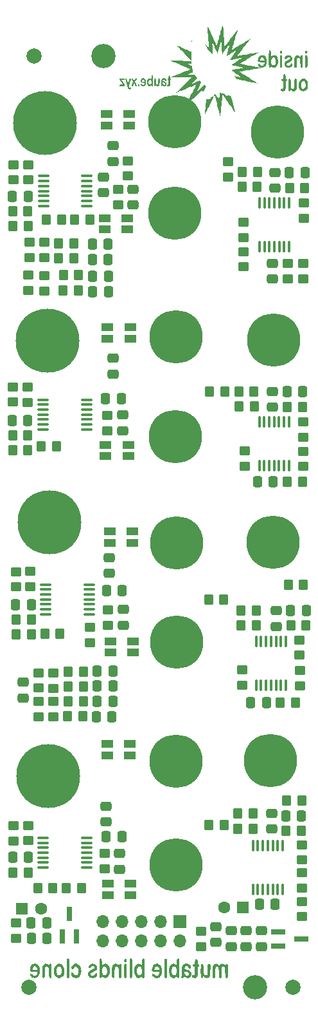
<source format=gbr>
%TF.GenerationSoftware,KiCad,Pcbnew,(6.0.2-0)*%
%TF.CreationDate,2022-04-19T15:29:28+02:00*%
%TF.ProjectId,blindeTaube,626c696e-6465-4546-9175-62652e6b6963,rev?*%
%TF.SameCoordinates,Original*%
%TF.FileFunction,Soldermask,Bot*%
%TF.FilePolarity,Negative*%
%FSLAX46Y46*%
G04 Gerber Fmt 4.6, Leading zero omitted, Abs format (unit mm)*
G04 Created by KiCad (PCBNEW (6.0.2-0)) date 2022-04-19 15:29:28*
%MOMM*%
%LPD*%
G01*
G04 APERTURE LIST*
G04 Aperture macros list*
%AMRoundRect*
0 Rectangle with rounded corners*
0 $1 Rounding radius*
0 $2 $3 $4 $5 $6 $7 $8 $9 X,Y pos of 4 corners*
0 Add a 4 corners polygon primitive as box body*
4,1,4,$2,$3,$4,$5,$6,$7,$8,$9,$2,$3,0*
0 Add four circle primitives for the rounded corners*
1,1,$1+$1,$2,$3*
1,1,$1+$1,$4,$5*
1,1,$1+$1,$6,$7*
1,1,$1+$1,$8,$9*
0 Add four rect primitives between the rounded corners*
20,1,$1+$1,$2,$3,$4,$5,0*
20,1,$1+$1,$4,$5,$6,$7,0*
20,1,$1+$1,$6,$7,$8,$9,0*
20,1,$1+$1,$8,$9,$2,$3,0*%
G04 Aperture macros list end*
%ADD10C,8.400000*%
%ADD11R,1.600000X1.600000*%
%ADD12C,1.600000*%
%ADD13C,7.000000*%
%ADD14C,3.200000*%
%ADD15R,1.700000X1.700000*%
%ADD16O,1.700000X1.700000*%
%ADD17RoundRect,0.250000X-0.475000X0.337500X-0.475000X-0.337500X0.475000X-0.337500X0.475000X0.337500X0*%
%ADD18RoundRect,0.250000X0.475000X-0.337500X0.475000X0.337500X-0.475000X0.337500X-0.475000X-0.337500X0*%
%ADD19RoundRect,0.250000X-0.450000X0.350000X-0.450000X-0.350000X0.450000X-0.350000X0.450000X0.350000X0*%
%ADD20RoundRect,0.250000X0.350000X0.450000X-0.350000X0.450000X-0.350000X-0.450000X0.350000X-0.450000X0*%
%ADD21R,1.500000X1.100000*%
%ADD22RoundRect,0.250000X-0.350000X-0.450000X0.350000X-0.450000X0.350000X0.450000X-0.350000X0.450000X0*%
%ADD23RoundRect,0.250000X0.337500X0.475000X-0.337500X0.475000X-0.337500X-0.475000X0.337500X-0.475000X0*%
%ADD24RoundRect,0.100000X-0.100000X0.637500X-0.100000X-0.637500X0.100000X-0.637500X0.100000X0.637500X0*%
%ADD25C,2.000000*%
%ADD26RoundRect,0.250000X0.450000X-0.350000X0.450000X0.350000X-0.450000X0.350000X-0.450000X-0.350000X0*%
%ADD27RoundRect,0.250000X-0.337500X-0.475000X0.337500X-0.475000X0.337500X0.475000X-0.337500X0.475000X0*%
%ADD28RoundRect,0.100000X0.637500X0.100000X-0.637500X0.100000X-0.637500X-0.100000X0.637500X-0.100000X0*%
%ADD29R,1.900000X0.800000*%
%ADD30R,0.800000X1.900000*%
G04 APERTURE END LIST*
%TO.C,inside-out*%
G36*
X87163384Y-24588686D02*
G01*
X87171460Y-24598449D01*
X87180890Y-24614891D01*
X87188346Y-24638551D01*
X87194061Y-24673823D01*
X87198263Y-24725102D01*
X87201185Y-24796781D01*
X87203055Y-24893253D01*
X87204106Y-25018912D01*
X87204568Y-25178152D01*
X87204670Y-25375368D01*
X87204670Y-26116429D01*
X87144338Y-26168324D01*
X87086850Y-26202502D01*
X87025319Y-26204397D01*
X86972248Y-26169473D01*
X86931811Y-26100686D01*
X86908181Y-26000994D01*
X86907838Y-25997943D01*
X86904638Y-25944220D01*
X86902208Y-25855429D01*
X86900609Y-25738230D01*
X86899904Y-25599283D01*
X86900157Y-25445248D01*
X86901429Y-25282785D01*
X86903090Y-25138552D01*
X86905202Y-24991810D01*
X86907705Y-24878385D01*
X86910986Y-24793241D01*
X86915430Y-24731341D01*
X86921422Y-24687651D01*
X86929350Y-24657135D01*
X86939598Y-24634756D01*
X86952553Y-24615479D01*
X86977618Y-24587829D01*
X87040437Y-24552800D01*
X87106060Y-24552615D01*
X87163384Y-24588686D01*
G37*
G36*
X88173974Y-24560415D02*
G01*
X88298308Y-24603768D01*
X88398699Y-24672750D01*
X88458472Y-24750201D01*
X88505732Y-24862799D01*
X88527538Y-24987704D01*
X88521823Y-25111966D01*
X88486517Y-25222636D01*
X88464096Y-25261192D01*
X88410006Y-25325292D01*
X88334158Y-25383518D01*
X88229941Y-25440519D01*
X88090745Y-25500945D01*
X88044006Y-25519912D01*
X87945250Y-25563090D01*
X87877690Y-25599904D01*
X87834739Y-25635291D01*
X87809807Y-25674187D01*
X87796306Y-25721528D01*
X87796525Y-25800841D01*
X87833537Y-25866834D01*
X87908882Y-25915018D01*
X87933094Y-25924053D01*
X88033283Y-25937018D01*
X88126838Y-25908597D01*
X88212679Y-25839314D01*
X88289725Y-25729695D01*
X88335547Y-25660347D01*
X88388378Y-25616039D01*
X88441754Y-25612175D01*
X88498086Y-25647807D01*
X88501569Y-25651177D01*
X88542015Y-25720329D01*
X88547263Y-25810058D01*
X88517087Y-25917197D01*
X88493199Y-25965758D01*
X88409882Y-26071387D01*
X88298202Y-26150003D01*
X88164654Y-26196460D01*
X88130877Y-26202270D01*
X87990639Y-26207731D01*
X87852771Y-26186452D01*
X87729177Y-26141155D01*
X87631761Y-26074564D01*
X87577323Y-26011443D01*
X87517151Y-25896269D01*
X87486376Y-25768143D01*
X87485797Y-25637072D01*
X87516211Y-25513061D01*
X87578418Y-25406117D01*
X87620722Y-25360903D01*
X87677308Y-25316530D01*
X87751353Y-25274306D01*
X87850675Y-25229839D01*
X87983090Y-25178736D01*
X88074191Y-25144006D01*
X88143785Y-25113092D01*
X88188238Y-25085118D01*
X88215567Y-25054922D01*
X88233792Y-25017343D01*
X88236528Y-25009445D01*
X88238798Y-24938836D01*
X88204369Y-24875881D01*
X88138232Y-24830351D01*
X88130111Y-24827050D01*
X88050214Y-24807660D01*
X87979157Y-24819885D01*
X87909634Y-24866622D01*
X87834340Y-24950763D01*
X87816074Y-24973898D01*
X87762781Y-25034020D01*
X87721021Y-25065455D01*
X87683214Y-25074404D01*
X87634460Y-25069473D01*
X87587935Y-25042151D01*
X87555276Y-24982200D01*
X87548428Y-24959398D01*
X87548485Y-24873659D01*
X87581748Y-24784622D01*
X87642838Y-24700295D01*
X87726374Y-24628686D01*
X87826975Y-24577805D01*
X87897954Y-24557985D01*
X88036816Y-24544539D01*
X88173974Y-24560415D01*
G37*
G36*
X86630154Y-25619356D02*
G01*
X86588851Y-25794220D01*
X86526673Y-25943226D01*
X86445436Y-26062809D01*
X86346959Y-26149402D01*
X86233058Y-26199436D01*
X86138824Y-26210300D01*
X86018305Y-26189645D01*
X85906006Y-26133394D01*
X85811092Y-26044904D01*
X85744577Y-25962136D01*
X85722580Y-26051352D01*
X85716131Y-26073852D01*
X85677965Y-26147680D01*
X85626099Y-26192920D01*
X85568373Y-26207091D01*
X85512629Y-26187713D01*
X85466707Y-26132304D01*
X85461492Y-26119526D01*
X85454997Y-26091924D01*
X85449659Y-26050371D01*
X85445376Y-25991314D01*
X85442045Y-25911201D01*
X85439564Y-25806480D01*
X85437831Y-25673601D01*
X85436742Y-25509009D01*
X85436537Y-25433693D01*
X85759315Y-25433693D01*
X85775908Y-25577884D01*
X85810996Y-25703987D01*
X85864529Y-25795594D01*
X85937514Y-25855088D01*
X85944195Y-25858432D01*
X86020837Y-25877574D01*
X86104217Y-25873355D01*
X86172801Y-25846557D01*
X86189206Y-25833624D01*
X86248127Y-25758157D01*
X86292435Y-25653667D01*
X86321178Y-25529135D01*
X86333405Y-25393540D01*
X86328162Y-25255864D01*
X86304499Y-25125086D01*
X86261463Y-25010187D01*
X86204206Y-24925874D01*
X86133500Y-24877886D01*
X86043293Y-24862886D01*
X85961842Y-24879491D01*
X85886069Y-24932911D01*
X85825880Y-25019164D01*
X85783323Y-25134126D01*
X85760451Y-25273677D01*
X85759315Y-25433693D01*
X85436537Y-25433693D01*
X85436197Y-25309155D01*
X85436092Y-25070485D01*
X85436238Y-24856427D01*
X85436749Y-24650012D01*
X85437893Y-24479165D01*
X85439948Y-24340273D01*
X85443192Y-24229720D01*
X85447904Y-24143890D01*
X85454359Y-24079167D01*
X85462838Y-24031936D01*
X85473617Y-23998582D01*
X85486974Y-23975489D01*
X85503187Y-23959041D01*
X85522534Y-23945624D01*
X85559312Y-23935322D01*
X85613963Y-23939002D01*
X85634715Y-23945747D01*
X85669562Y-23968921D01*
X85695376Y-24008952D01*
X85713360Y-24070919D01*
X85724717Y-24159905D01*
X85730650Y-24280991D01*
X85732360Y-24439256D01*
X85732360Y-24779623D01*
X85801027Y-24701415D01*
X85820566Y-24680497D01*
X85926447Y-24600950D01*
X86047362Y-24555929D01*
X86174669Y-24547573D01*
X86299721Y-24578021D01*
X86354591Y-24605285D01*
X86462114Y-24692320D01*
X86545525Y-24813846D01*
X86604676Y-24969516D01*
X86639415Y-25158983D01*
X86649591Y-25381901D01*
X86649352Y-25393540D01*
X86648765Y-25422203D01*
X86630154Y-25619356D01*
G37*
G36*
X90376069Y-23952184D02*
G01*
X90438839Y-23974904D01*
X90493042Y-24026597D01*
X90525835Y-24095467D01*
X90529699Y-24123507D01*
X90521162Y-24199234D01*
X90492773Y-24271865D01*
X90450926Y-24322061D01*
X90398129Y-24348681D01*
X90337087Y-24346028D01*
X90275434Y-24302464D01*
X90235740Y-24239899D01*
X90221438Y-24164384D01*
X90230505Y-24087279D01*
X90260106Y-24019138D01*
X90307406Y-23970513D01*
X90369571Y-23951960D01*
X90376069Y-23952184D01*
G37*
G36*
X87075307Y-23951962D02*
G01*
X87134677Y-23970927D01*
X87179756Y-24019884D01*
X87207849Y-24088175D01*
X87216262Y-24165140D01*
X87202299Y-24240123D01*
X87163264Y-24302464D01*
X87104762Y-24344620D01*
X87043821Y-24348931D01*
X86976927Y-24312465D01*
X86968013Y-24304854D01*
X86923317Y-24237631D01*
X86906491Y-24151774D01*
X86920671Y-24061280D01*
X86941356Y-24017364D01*
X86995327Y-23967898D01*
X87074634Y-23951960D01*
X87075307Y-23951962D01*
G37*
G36*
X88235192Y-27642419D02*
G01*
X88290099Y-27695669D01*
X88290839Y-27696810D01*
X88302892Y-27720644D01*
X88312382Y-27753750D01*
X88319785Y-27801644D01*
X88325575Y-27869842D01*
X88330229Y-27963861D01*
X88334222Y-28089215D01*
X88338031Y-28251421D01*
X88341257Y-28396039D01*
X88344751Y-28521946D01*
X88348721Y-28616638D01*
X88353765Y-28685988D01*
X88360480Y-28735866D01*
X88369462Y-28772146D01*
X88381311Y-28800698D01*
X88396622Y-28827394D01*
X88451823Y-28895631D01*
X88527607Y-28945489D01*
X88607403Y-28960184D01*
X88683913Y-28938635D01*
X88749836Y-28879758D01*
X88750447Y-28878938D01*
X88763854Y-28858297D01*
X88774353Y-28833259D01*
X88782442Y-28798400D01*
X88788618Y-28748298D01*
X88793376Y-28677526D01*
X88797213Y-28580662D01*
X88800627Y-28452281D01*
X88804114Y-28286959D01*
X88805496Y-28219448D01*
X88809151Y-28065877D01*
X88813089Y-27947389D01*
X88817738Y-27858684D01*
X88823529Y-27794459D01*
X88830891Y-27749413D01*
X88840253Y-27718244D01*
X88852047Y-27695651D01*
X88901202Y-27645901D01*
X88965231Y-27624207D01*
X89028812Y-27635650D01*
X89081185Y-27678016D01*
X89111591Y-27749089D01*
X89111668Y-27749512D01*
X89114824Y-27789411D01*
X89117212Y-27865252D01*
X89118772Y-27970754D01*
X89119443Y-28099633D01*
X89119165Y-28245607D01*
X89117877Y-28402393D01*
X89111259Y-28986687D01*
X89047460Y-29090883D01*
X88981325Y-29176460D01*
X88889385Y-29242744D01*
X88868804Y-29252674D01*
X88753248Y-29288354D01*
X88644462Y-29284424D01*
X88538313Y-29240090D01*
X88430670Y-29154556D01*
X88319491Y-29046789D01*
X88305861Y-29120934D01*
X88279143Y-29199871D01*
X88233609Y-29257184D01*
X88177612Y-29284422D01*
X88118639Y-29278064D01*
X88064173Y-29234591D01*
X88056281Y-29224062D01*
X88045901Y-29206189D01*
X88037733Y-29182629D01*
X88031513Y-29148798D01*
X88026974Y-29100111D01*
X88023854Y-29031981D01*
X88021888Y-28939824D01*
X88020811Y-28819054D01*
X88020358Y-28665086D01*
X88020266Y-28473334D01*
X88020455Y-28373978D01*
X88021681Y-28205335D01*
X88023931Y-28053351D01*
X88027068Y-27923169D01*
X88030956Y-27819929D01*
X88035458Y-27748774D01*
X88040437Y-27714844D01*
X88056233Y-27683661D01*
X88107071Y-27637274D01*
X88170454Y-27623240D01*
X88235192Y-27642419D01*
G37*
G36*
X90427213Y-24562976D02*
G01*
X90486145Y-24615480D01*
X90487129Y-24616808D01*
X90499588Y-24635602D01*
X90509481Y-24657680D01*
X90517161Y-24687928D01*
X90522979Y-24731231D01*
X90527287Y-24792474D01*
X90530435Y-24876543D01*
X90532775Y-24988324D01*
X90534659Y-25132702D01*
X90536439Y-25314562D01*
X90536761Y-25351452D01*
X90537810Y-25557306D01*
X90536872Y-25725537D01*
X90533479Y-25860212D01*
X90527161Y-25965398D01*
X90517449Y-26045162D01*
X90503875Y-26103571D01*
X90485967Y-26144692D01*
X90463259Y-26172592D01*
X90435279Y-26191338D01*
X90402281Y-26207029D01*
X90365019Y-26215125D01*
X90331458Y-26199617D01*
X90285359Y-26156759D01*
X90223436Y-26094835D01*
X90223436Y-25375796D01*
X90223483Y-25215862D01*
X90223816Y-25053200D01*
X90224697Y-24924686D01*
X90226389Y-24825780D01*
X90229154Y-24751939D01*
X90233254Y-24698623D01*
X90238952Y-24661290D01*
X90246510Y-24635399D01*
X90256190Y-24616409D01*
X90268254Y-24599779D01*
X90299287Y-24569833D01*
X90361880Y-24547541D01*
X90427213Y-24562976D01*
G37*
G36*
X90577826Y-28723373D02*
G01*
X90522917Y-28898639D01*
X90439647Y-29046704D01*
X90329271Y-29165135D01*
X90193044Y-29251500D01*
X90093681Y-29280666D01*
X89969359Y-29286894D01*
X89841161Y-29268106D01*
X89724111Y-29225146D01*
X89653474Y-29180452D01*
X89550527Y-29078275D01*
X89468081Y-28946634D01*
X89408130Y-28791287D01*
X89372667Y-28617991D01*
X89364557Y-28450467D01*
X89687070Y-28450467D01*
X89692664Y-28578787D01*
X89719233Y-28731905D01*
X89767509Y-28849504D01*
X89837326Y-28931053D01*
X89889125Y-28958382D01*
X89981048Y-28972644D01*
X90011021Y-28971015D01*
X90104296Y-28940378D01*
X90180238Y-28871590D01*
X90237802Y-28765494D01*
X90250821Y-28723927D01*
X90269665Y-28615180D01*
X90277784Y-28487647D01*
X90275181Y-28356269D01*
X90261853Y-28235993D01*
X90237802Y-28141762D01*
X90208057Y-28078680D01*
X90140842Y-27993422D01*
X90061239Y-27944354D01*
X89975550Y-27931801D01*
X89890078Y-27956086D01*
X89811123Y-28017532D01*
X89744987Y-28116464D01*
X89724655Y-28160056D01*
X89704684Y-28214875D01*
X89693273Y-28272843D01*
X89688157Y-28347020D01*
X89687070Y-28450467D01*
X89364557Y-28450467D01*
X89363687Y-28432504D01*
X89383182Y-28240584D01*
X89386394Y-28223271D01*
X89436387Y-28045559D01*
X89510665Y-27895660D01*
X89606238Y-27775922D01*
X89720115Y-27688690D01*
X89849305Y-27636311D01*
X89990820Y-27621131D01*
X90141667Y-27645496D01*
X90270164Y-27701975D01*
X90385665Y-27795489D01*
X90478731Y-27920651D01*
X90547506Y-28074222D01*
X90590132Y-28252961D01*
X90604753Y-28453628D01*
X90603956Y-28487647D01*
X90603119Y-28523337D01*
X90577826Y-28723373D01*
G37*
G36*
X85176943Y-25332789D02*
G01*
X85172724Y-25525137D01*
X85142288Y-25696944D01*
X85083624Y-25860575D01*
X85038828Y-25945449D01*
X84943375Y-26062638D01*
X84822138Y-26146603D01*
X84673144Y-26198974D01*
X84664872Y-26200767D01*
X84527560Y-26209633D01*
X84386413Y-26184598D01*
X84254670Y-26129451D01*
X84145568Y-26047980D01*
X84096077Y-25990098D01*
X84045289Y-25902102D01*
X84019056Y-25815033D01*
X84019745Y-25737971D01*
X84049720Y-25679995D01*
X84065972Y-25665732D01*
X84105280Y-25649864D01*
X84150738Y-25661129D01*
X84208465Y-25702002D01*
X84284583Y-25774957D01*
X84371373Y-25855098D01*
X84455541Y-25908404D01*
X84535336Y-25928905D01*
X84617656Y-25919596D01*
X84686230Y-25888523D01*
X84760476Y-25814532D01*
X84816186Y-25703954D01*
X84852564Y-25558017D01*
X84865218Y-25479921D01*
X84481312Y-25473280D01*
X84097407Y-25466639D01*
X84046326Y-25407201D01*
X84021537Y-25373246D01*
X84000974Y-25316901D01*
X83995945Y-25244203D01*
X84298154Y-25244203D01*
X84861139Y-25244203D01*
X84849300Y-25164762D01*
X84841520Y-25121508D01*
X84802147Y-25001015D01*
X84743024Y-24910301D01*
X84667222Y-24853121D01*
X84577814Y-24833228D01*
X84568599Y-24833393D01*
X84477132Y-24856260D01*
X84403185Y-24916344D01*
X84348439Y-25011685D01*
X84314575Y-25140322D01*
X84298154Y-25244203D01*
X83995945Y-25244203D01*
X83995497Y-25237726D01*
X83995531Y-25231854D01*
X84013325Y-25065603D01*
X84061007Y-24909371D01*
X84134725Y-24772551D01*
X84230625Y-24664536D01*
X84291834Y-24617330D01*
X84381858Y-24570917D01*
X84482804Y-24549469D01*
X84608758Y-24548672D01*
X84703712Y-24558691D01*
X84780000Y-24580629D01*
X84855739Y-24620419D01*
X84914554Y-24661893D01*
X85019341Y-24772589D01*
X85097488Y-24914894D01*
X85149329Y-25089517D01*
X85168600Y-25244203D01*
X85175198Y-25297164D01*
X85176943Y-25332789D01*
G37*
G36*
X89805158Y-24553143D02*
G01*
X89862544Y-24601929D01*
X89873867Y-24617318D01*
X89883551Y-24635511D01*
X89891055Y-24660045D01*
X89896601Y-24695423D01*
X89900411Y-24746149D01*
X89902705Y-24816726D01*
X89903705Y-24911657D01*
X89903632Y-25035444D01*
X89902708Y-25192592D01*
X89901154Y-25387604D01*
X89895079Y-26116471D01*
X89834183Y-26168830D01*
X89824173Y-26176955D01*
X89777295Y-26204354D01*
X89742417Y-26209344D01*
X89728010Y-26204465D01*
X89692583Y-26197498D01*
X89691712Y-26197442D01*
X89667330Y-26179828D01*
X89636059Y-26140220D01*
X89624040Y-26117349D01*
X89614184Y-26084908D01*
X89606486Y-26038057D01*
X89600446Y-25971205D01*
X89595565Y-25878759D01*
X89591343Y-25755130D01*
X89587278Y-25594724D01*
X89583331Y-25438681D01*
X89579041Y-25312743D01*
X89574026Y-25217498D01*
X89567750Y-25147001D01*
X89559679Y-25095309D01*
X89549278Y-25056478D01*
X89536013Y-25024563D01*
X89510862Y-24981782D01*
X89444979Y-24913412D01*
X89367218Y-24873808D01*
X89286595Y-24866566D01*
X89212125Y-24895287D01*
X89192193Y-24912077D01*
X89169024Y-24943827D01*
X89150690Y-24989512D01*
X89136473Y-25053868D01*
X89125655Y-25141635D01*
X89117516Y-25257552D01*
X89111340Y-25406358D01*
X89106408Y-25592790D01*
X89095244Y-26100258D01*
X89034556Y-26160946D01*
X88980578Y-26200480D01*
X88918825Y-26207043D01*
X88852915Y-26172093D01*
X88844204Y-26163531D01*
X88821641Y-26120181D01*
X88804770Y-26048591D01*
X88793355Y-25945981D01*
X88787162Y-25809576D01*
X88785955Y-25636598D01*
X88789498Y-25424270D01*
X88793131Y-25292332D01*
X88798763Y-25142535D01*
X88805908Y-25024911D01*
X88815440Y-24933546D01*
X88828236Y-24862529D01*
X88845172Y-24805945D01*
X88867124Y-24757881D01*
X88894968Y-24712426D01*
X88938575Y-24659097D01*
X89032152Y-24590544D01*
X89140162Y-24554154D01*
X89254431Y-24549750D01*
X89366784Y-24577155D01*
X89469045Y-24636192D01*
X89553041Y-24726683D01*
X89603434Y-24800843D01*
X89616335Y-24720647D01*
X89617405Y-24714314D01*
X89645744Y-24626520D01*
X89690593Y-24568412D01*
X89745786Y-24542962D01*
X89805158Y-24553143D01*
G37*
G36*
X87562083Y-27079139D02*
G01*
X87606690Y-27122003D01*
X87637064Y-27198715D01*
X87654430Y-27311669D01*
X87660015Y-27463261D01*
X87660016Y-27465488D01*
X87660666Y-27556596D01*
X87663716Y-27613511D01*
X87671053Y-27644244D01*
X87684563Y-27656808D01*
X87706130Y-27659216D01*
X87768983Y-27677713D01*
X87813093Y-27727807D01*
X87829608Y-27800197D01*
X87828246Y-27820846D01*
X87804925Y-27887581D01*
X87760318Y-27936683D01*
X87704372Y-27955796D01*
X87700459Y-27955907D01*
X87688840Y-27959333D01*
X87679842Y-27971181D01*
X87673033Y-27996302D01*
X87667982Y-28039543D01*
X87664256Y-28105754D01*
X87661423Y-28199785D01*
X87659050Y-28326484D01*
X87656707Y-28490700D01*
X87654314Y-28641643D01*
X87650157Y-28796107D01*
X87643634Y-28917564D01*
X87633599Y-29011213D01*
X87618907Y-29082253D01*
X87598413Y-29135882D01*
X87570970Y-29177300D01*
X87535434Y-29211706D01*
X87490658Y-29244297D01*
X87460777Y-29262822D01*
X87414215Y-29281602D01*
X87357288Y-29288403D01*
X87274196Y-29286291D01*
X87261150Y-29285448D01*
X87147699Y-29264979D01*
X87062107Y-29224789D01*
X87007905Y-29168393D01*
X86988627Y-29099311D01*
X87007807Y-29021058D01*
X87024644Y-28991416D01*
X87049046Y-28971903D01*
X87090687Y-28963715D01*
X87162114Y-28962052D01*
X87207220Y-28961526D01*
X87251324Y-28956824D01*
X87284553Y-28943173D01*
X87308451Y-28915797D01*
X87324564Y-28869923D01*
X87334436Y-28800776D01*
X87339612Y-28703584D01*
X87341637Y-28573571D01*
X87342056Y-28405963D01*
X87342368Y-27955796D01*
X87267260Y-27955796D01*
X87209764Y-27947517D01*
X87140154Y-27903798D01*
X87097137Y-27838605D01*
X87090853Y-27772658D01*
X87118183Y-27715206D01*
X87175114Y-27674606D01*
X87257631Y-27659216D01*
X87342368Y-27659216D01*
X87342368Y-27435728D01*
X87345136Y-27319452D01*
X87356622Y-27214919D01*
X87378608Y-27142641D01*
X87412782Y-27097472D01*
X87460829Y-27074265D01*
X87502015Y-27067726D01*
X87562083Y-27079139D01*
G37*
%TO.C,taubexyz*%
G36*
X67502527Y-27607973D02*
G01*
X67551674Y-27675613D01*
X67611844Y-27780985D01*
X67681910Y-27912123D01*
X67773013Y-27752896D01*
X67814280Y-27683186D01*
X67858152Y-27619948D01*
X67894150Y-27586895D01*
X67927946Y-27579290D01*
X67965213Y-27592398D01*
X67971293Y-27595972D01*
X68001656Y-27637006D01*
X68001750Y-27702477D01*
X67971320Y-27793857D01*
X67910113Y-27912616D01*
X67814180Y-28078937D01*
X67920705Y-28287455D01*
X67937480Y-28320549D01*
X67985796Y-28421588D01*
X68014093Y-28495013D01*
X68023879Y-28547613D01*
X68016660Y-28586180D01*
X67993942Y-28617503D01*
X67985161Y-28625775D01*
X67950361Y-28645623D01*
X67915516Y-28639404D01*
X67876669Y-28603814D01*
X67829866Y-28535548D01*
X67771154Y-28431300D01*
X67682063Y-28264768D01*
X67588069Y-28446323D01*
X67532836Y-28545475D01*
X67484338Y-28612536D01*
X67442504Y-28643785D01*
X67404138Y-28641551D01*
X67366046Y-28608162D01*
X67347065Y-28580566D01*
X67338885Y-28551570D01*
X67343581Y-28514195D01*
X67363079Y-28461277D01*
X67399303Y-28385651D01*
X67454178Y-28280153D01*
X67554789Y-28089581D01*
X67448358Y-27884881D01*
X67418502Y-27827237D01*
X67382698Y-27755299D01*
X67363007Y-27707506D01*
X67357158Y-27675487D01*
X67362878Y-27650870D01*
X67377895Y-27625287D01*
X67388744Y-27609827D01*
X67424309Y-27577242D01*
X67461154Y-27575903D01*
X67502527Y-27607973D01*
G37*
G36*
X69266514Y-28110592D02*
G01*
X69265765Y-28199787D01*
X69261650Y-28273856D01*
X69251763Y-28329074D01*
X69233706Y-28378025D01*
X69205085Y-28433295D01*
X69147654Y-28520453D01*
X69073658Y-28588804D01*
X68982357Y-28630546D01*
X68909066Y-28644206D01*
X68803976Y-28637111D01*
X68707060Y-28602661D01*
X68626661Y-28545622D01*
X68571123Y-28470762D01*
X68548792Y-28382848D01*
X68548766Y-28363256D01*
X68560766Y-28310602D01*
X68592362Y-28294800D01*
X68644037Y-28315823D01*
X68716276Y-28373645D01*
X68765194Y-28413281D01*
X68848861Y-28454176D01*
X68923843Y-28455824D01*
X68987022Y-28418530D01*
X69035280Y-28342595D01*
X69035329Y-28342478D01*
X69059972Y-28279349D01*
X69068180Y-28236238D01*
X69054766Y-28209012D01*
X69014545Y-28193539D01*
X68942331Y-28185684D01*
X68832939Y-28181316D01*
X68716769Y-28175897D01*
X68630589Y-28165129D01*
X68574768Y-28145483D01*
X68543177Y-28113230D01*
X68529686Y-28064644D01*
X68528164Y-27995998D01*
X68528271Y-27992767D01*
X68532227Y-27967598D01*
X68726393Y-27967598D01*
X68727272Y-27984573D01*
X68735991Y-28001634D01*
X68761243Y-28010821D01*
X68811639Y-28014556D01*
X68895788Y-28015263D01*
X68904488Y-28015258D01*
X68992216Y-28013322D01*
X69043600Y-28004134D01*
X69064199Y-27982248D01*
X69059572Y-27942216D01*
X69035280Y-27878590D01*
X69009131Y-27831047D01*
X68953154Y-27780606D01*
X68888788Y-27766668D01*
X68824338Y-27790072D01*
X68768105Y-27851653D01*
X68763989Y-27858636D01*
X68737335Y-27917683D01*
X68726393Y-27967598D01*
X68532227Y-27967598D01*
X68548928Y-27861344D01*
X68596846Y-27752594D01*
X68666160Y-27668375D01*
X68751006Y-27610545D01*
X68845519Y-27580960D01*
X68943835Y-27581479D01*
X69040090Y-27613960D01*
X69128420Y-27680259D01*
X69202961Y-27782235D01*
X69230230Y-27834932D01*
X69249820Y-27885116D01*
X69260746Y-27939255D01*
X69263620Y-27982248D01*
X69265485Y-28010147D01*
X69266514Y-28110592D01*
G37*
G36*
X71957827Y-28467932D02*
G01*
X71918800Y-28533507D01*
X71865603Y-28592883D01*
X71810360Y-28630268D01*
X71779421Y-28640137D01*
X71723895Y-28648985D01*
X71723000Y-28648997D01*
X71666132Y-28637889D01*
X71594634Y-28609614D01*
X71526977Y-28572785D01*
X71481633Y-28536016D01*
X71470426Y-28523562D01*
X71451098Y-28515066D01*
X71426514Y-28531230D01*
X71386304Y-28576454D01*
X71365899Y-28598766D01*
X71312943Y-28636384D01*
X71269614Y-28636246D01*
X71239583Y-28597820D01*
X71237088Y-28570981D01*
X71236458Y-28508224D01*
X71237787Y-28417274D01*
X71240968Y-28305392D01*
X71245890Y-28179839D01*
X71248934Y-28121676D01*
X71453885Y-28121676D01*
X71463825Y-28241533D01*
X71464137Y-28245237D01*
X71474899Y-28321263D01*
X71495172Y-28371239D01*
X71531162Y-28410762D01*
X71558033Y-28430614D01*
X71628206Y-28457422D01*
X71693858Y-28451607D01*
X71743878Y-28413051D01*
X71766025Y-28375134D01*
X71777641Y-28312973D01*
X71750853Y-28258361D01*
X71684349Y-28209345D01*
X71576821Y-28163972D01*
X71453885Y-28121676D01*
X71248934Y-28121676D01*
X71253545Y-28033584D01*
X71265420Y-27893435D01*
X71282416Y-27786582D01*
X71306818Y-27708086D01*
X71340914Y-27653010D01*
X71386992Y-27616418D01*
X71447338Y-27593371D01*
X71524239Y-27578933D01*
X71621507Y-27575681D01*
X71734680Y-27599125D01*
X71829879Y-27649515D01*
X71899822Y-27722695D01*
X71937230Y-27814515D01*
X71943585Y-27863391D01*
X71934729Y-27902493D01*
X71902282Y-27936146D01*
X71890310Y-27945773D01*
X71860645Y-27963943D01*
X71837698Y-27955308D01*
X71805080Y-27916567D01*
X71759502Y-27860325D01*
X71715238Y-27808716D01*
X71711766Y-27804977D01*
X71651477Y-27767695D01*
X71584562Y-27763605D01*
X71522524Y-27788313D01*
X71476867Y-27837426D01*
X71459091Y-27906550D01*
X71459100Y-27909497D01*
X71462925Y-27942248D01*
X71480067Y-27964339D01*
X71519824Y-27982604D01*
X71591493Y-28003878D01*
X71614287Y-28010262D01*
X71749269Y-28053939D01*
X71847556Y-28100439D01*
X71913997Y-28155102D01*
X71953438Y-28223264D01*
X71970726Y-28310263D01*
X71970726Y-28312973D01*
X71970709Y-28421436D01*
X71957827Y-28467932D01*
G37*
G36*
X66227244Y-27592508D02*
G01*
X66326819Y-27597505D01*
X66393867Y-27609372D01*
X66434363Y-27630326D01*
X66454280Y-27662581D01*
X66459592Y-27708353D01*
X66459487Y-27716662D01*
X66454534Y-27747180D01*
X66436779Y-27767787D01*
X66398841Y-27781464D01*
X66333342Y-27791193D01*
X66232901Y-27799956D01*
X66050463Y-27814012D01*
X66265619Y-28131205D01*
X66346741Y-28252790D01*
X66411294Y-28355952D01*
X66453544Y-28434463D01*
X66475200Y-28493054D01*
X66477971Y-28536457D01*
X66463566Y-28569405D01*
X66433694Y-28596631D01*
X66414090Y-28607141D01*
X66373672Y-28617994D01*
X66311884Y-28624902D01*
X66221741Y-28628545D01*
X66096258Y-28629608D01*
X66071069Y-28629575D01*
X65945840Y-28627600D01*
X65856222Y-28621266D01*
X65796489Y-28608746D01*
X65760913Y-28588216D01*
X65743767Y-28557848D01*
X65739325Y-28515818D01*
X65739352Y-28512046D01*
X65745891Y-28471475D01*
X65768450Y-28444247D01*
X65813581Y-28427878D01*
X65887838Y-28419879D01*
X65997773Y-28417765D01*
X66055501Y-28417274D01*
X66132728Y-28414770D01*
X66185707Y-28410621D01*
X66205380Y-28405369D01*
X66196094Y-28388124D01*
X66166365Y-28340956D01*
X66119884Y-28269918D01*
X66060457Y-28180821D01*
X65991892Y-28079477D01*
X65939909Y-28002337D01*
X65860463Y-27877626D01*
X65808848Y-27780912D01*
X65786171Y-27708684D01*
X65793539Y-27657429D01*
X65832059Y-27623634D01*
X65902840Y-27603788D01*
X66006987Y-27594377D01*
X66145610Y-27591889D01*
X66227244Y-27592508D01*
G37*
G36*
X70510289Y-27607465D02*
G01*
X70520872Y-27625578D01*
X70532447Y-27667872D01*
X70541689Y-27735901D01*
X70549294Y-27835210D01*
X70555957Y-27971341D01*
X70558243Y-28023998D01*
X70565731Y-28152297D01*
X70575758Y-28246918D01*
X70590063Y-28314339D01*
X70610390Y-28361040D01*
X70638479Y-28393498D01*
X70676071Y-28418193D01*
X70720318Y-28431392D01*
X70781021Y-28417510D01*
X70827500Y-28368666D01*
X70828292Y-28367094D01*
X70838780Y-28324161D01*
X70848039Y-28246478D01*
X70855413Y-28141146D01*
X70860242Y-28015263D01*
X70863666Y-27890527D01*
X70867943Y-27784257D01*
X70873651Y-27708719D01*
X70881826Y-27657744D01*
X70893501Y-27625162D01*
X70909713Y-27604803D01*
X70931496Y-27590500D01*
X70937790Y-27587276D01*
X70977415Y-27579829D01*
X71017517Y-27605152D01*
X71020704Y-27608096D01*
X71034373Y-27623952D01*
X71044226Y-27645797D01*
X71050737Y-27679693D01*
X71054378Y-27731700D01*
X71055625Y-27807881D01*
X71054950Y-27914296D01*
X71052827Y-28057007D01*
X71050751Y-28163654D01*
X71046094Y-28299520D01*
X71038347Y-28402374D01*
X71025953Y-28477925D01*
X71007352Y-28531881D01*
X70980984Y-28569951D01*
X70945292Y-28597843D01*
X70898715Y-28621266D01*
X70827221Y-28638184D01*
X70734302Y-28628093D01*
X70648937Y-28588503D01*
X70585799Y-28523977D01*
X70567687Y-28499950D01*
X70554584Y-28506467D01*
X70538347Y-28549053D01*
X70511707Y-28602196D01*
X70477989Y-28638169D01*
X70464215Y-28645294D01*
X70433402Y-28644576D01*
X70398548Y-28611373D01*
X70394012Y-28605633D01*
X70381444Y-28585109D01*
X70372128Y-28557558D01*
X70365583Y-28517090D01*
X70361329Y-28457814D01*
X70358885Y-28373842D01*
X70357771Y-28259282D01*
X70357507Y-28108246D01*
X70357546Y-28032685D01*
X70358076Y-27900157D01*
X70359617Y-27801474D01*
X70362668Y-27730837D01*
X70367723Y-27682447D01*
X70375279Y-27650503D01*
X70385831Y-27629208D01*
X70399875Y-27612761D01*
X70441408Y-27578285D01*
X70474409Y-27575994D01*
X70510289Y-27607465D01*
G37*
G36*
X68303831Y-28354346D02*
G01*
X68355818Y-28375228D01*
X68391267Y-28423249D01*
X68406956Y-28486237D01*
X68399667Y-28552019D01*
X68366180Y-28608424D01*
X68363399Y-28611194D01*
X68323989Y-28643611D01*
X68290423Y-28645334D01*
X68243788Y-28617815D01*
X68224494Y-28599535D01*
X68200539Y-28545085D01*
X68198664Y-28480627D01*
X68216212Y-28418863D01*
X68250525Y-28372491D01*
X68298947Y-28354212D01*
X68303831Y-28354346D01*
G37*
G36*
X72365585Y-27238352D02*
G01*
X72402795Y-27280913D01*
X72425736Y-27360445D01*
X72433570Y-27474824D01*
X72433865Y-27504739D01*
X72439080Y-27558911D01*
X72454888Y-27589209D01*
X72486531Y-27608906D01*
X72489382Y-27610257D01*
X72530296Y-27649377D01*
X72540451Y-27701450D01*
X72520941Y-27752254D01*
X72472851Y-27787564D01*
X72460481Y-27796390D01*
X72450405Y-27817901D01*
X72443076Y-27857711D01*
X72437786Y-27921837D01*
X72433824Y-28016297D01*
X72430482Y-28147108D01*
X72428081Y-28238162D01*
X72421914Y-28365988D01*
X72411820Y-28460881D01*
X72396187Y-28528809D01*
X72373403Y-28575741D01*
X72341855Y-28607644D01*
X72299933Y-28630489D01*
X72262746Y-28640587D01*
X72185353Y-28642163D01*
X72107830Y-28626483D01*
X72050608Y-28596344D01*
X72022750Y-28562012D01*
X72008849Y-28507673D01*
X72024849Y-28460364D01*
X72065774Y-28430955D01*
X72126645Y-28430312D01*
X72167124Y-28434878D01*
X72202492Y-28415336D01*
X72204314Y-28411069D01*
X72210923Y-28370533D01*
X72216317Y-28298581D01*
X72219982Y-28203933D01*
X72221402Y-28095310D01*
X72221727Y-27804631D01*
X72152878Y-27786791D01*
X72113253Y-27773505D01*
X72089237Y-27747498D01*
X72084029Y-27696152D01*
X72086749Y-27654667D01*
X72105419Y-27622855D01*
X72152878Y-27603084D01*
X72162251Y-27600298D01*
X72196269Y-27586980D01*
X72213966Y-27565878D01*
X72220675Y-27525464D01*
X72221727Y-27454211D01*
X72223772Y-27399809D01*
X72242487Y-27306716D01*
X72280468Y-27250372D01*
X72337369Y-27231443D01*
X72365585Y-27238352D01*
G37*
G36*
X66634569Y-27571267D02*
G01*
X66661060Y-27590007D01*
X66689016Y-27635909D01*
X66719969Y-27712605D01*
X66755449Y-27823723D01*
X66796986Y-27972894D01*
X66815938Y-28044043D01*
X66843961Y-28148950D01*
X66867103Y-28235215D01*
X66883368Y-28295401D01*
X66890757Y-28322072D01*
X66892985Y-28322693D01*
X66904287Y-28298305D01*
X66921929Y-28244236D01*
X66943179Y-28168486D01*
X66943185Y-28168465D01*
X66972517Y-28057288D01*
X67005179Y-27933474D01*
X67034099Y-27823826D01*
X67055470Y-27748173D01*
X67088696Y-27656527D01*
X67121808Y-27601725D01*
X67157113Y-27580445D01*
X67196916Y-27589368D01*
X67216120Y-27601269D01*
X67238165Y-27624479D01*
X67250072Y-27657753D01*
X67251326Y-27706125D01*
X67241413Y-27774624D01*
X67219821Y-27868282D01*
X67186034Y-27992131D01*
X67139540Y-28151201D01*
X67126845Y-28194111D01*
X67089721Y-28322095D01*
X67057712Y-28436136D01*
X67032619Y-28529585D01*
X67016243Y-28595793D01*
X67010384Y-28628111D01*
X67010704Y-28634453D01*
X67022519Y-28685362D01*
X67046084Y-28745403D01*
X67071730Y-28790749D01*
X67104734Y-28814838D01*
X67158361Y-28820267D01*
X67166072Y-28820392D01*
X67223241Y-28828594D01*
X67260359Y-28845688D01*
X67284047Y-28895060D01*
X67276152Y-28952192D01*
X67238698Y-28999133D01*
X67198574Y-29018696D01*
X67116569Y-29031642D01*
X67031097Y-29021598D01*
X66961622Y-28989260D01*
X66937687Y-28964318D01*
X66897776Y-28903495D01*
X66864137Y-28831458D01*
X66840737Y-28763926D01*
X66810258Y-28668342D01*
X66774862Y-28552159D01*
X66736461Y-28422171D01*
X66696971Y-28285172D01*
X66658305Y-28147953D01*
X66622378Y-28017310D01*
X66591102Y-27900035D01*
X66566393Y-27802922D01*
X66550164Y-27732763D01*
X66544329Y-27696353D01*
X66544717Y-27687315D01*
X66560425Y-27633021D01*
X66591463Y-27588715D01*
X66627296Y-27570392D01*
X66634569Y-27571267D01*
G37*
G36*
X70163747Y-28368805D02*
G01*
X70160766Y-28453781D01*
X70156433Y-28515236D01*
X70150521Y-28557810D01*
X70142804Y-28586143D01*
X70133054Y-28604875D01*
X70121454Y-28619558D01*
X70078739Y-28644827D01*
X70035698Y-28628753D01*
X69995104Y-28571997D01*
X69961059Y-28503919D01*
X69911636Y-28556528D01*
X69907867Y-28560383D01*
X69850549Y-28602418D01*
X69783572Y-28632698D01*
X69737603Y-28643623D01*
X69685571Y-28641197D01*
X69623700Y-28616453D01*
X69546455Y-28562282D01*
X69472684Y-28467346D01*
X69422937Y-28345716D01*
X69410518Y-28282193D01*
X69401365Y-28167270D01*
X69401804Y-28122847D01*
X69596937Y-28122847D01*
X69607343Y-28222545D01*
X69634723Y-28311085D01*
X69679953Y-28379001D01*
X69688140Y-28387073D01*
X69737628Y-28426119D01*
X69783285Y-28434880D01*
X69842678Y-28417515D01*
X69869399Y-28402372D01*
X69918064Y-28341495D01*
X69948737Y-28247188D01*
X69959772Y-28123583D01*
X69950780Y-27999686D01*
X69921739Y-27897025D01*
X69874643Y-27825903D01*
X69811549Y-27789362D01*
X69734517Y-27790446D01*
X69707490Y-27801804D01*
X69658780Y-27851470D01*
X69623532Y-27927843D01*
X69602626Y-28021458D01*
X69596937Y-28122847D01*
X69401804Y-28122847D01*
X69402606Y-28041816D01*
X69413847Y-27923127D01*
X69434695Y-27828498D01*
X69482019Y-27728244D01*
X69553324Y-27647181D01*
X69638709Y-27598669D01*
X69731873Y-27584791D01*
X69826516Y-27607629D01*
X69916337Y-27669268D01*
X69976189Y-27726609D01*
X69976189Y-27504924D01*
X69977257Y-27415992D01*
X69982432Y-27329799D01*
X69992756Y-27272403D01*
X70009166Y-27236157D01*
X70013592Y-27230180D01*
X70059492Y-27195218D01*
X70107362Y-27194991D01*
X70144918Y-27230050D01*
X70149758Y-27249986D01*
X70155682Y-27312514D01*
X70160438Y-27412836D01*
X70163942Y-27548278D01*
X70166107Y-27716166D01*
X70166848Y-27913827D01*
X70166847Y-27926344D01*
X70166560Y-28109727D01*
X70166469Y-28123583D01*
X70165602Y-28255667D01*
X70163747Y-28368805D01*
G37*
%TO.C,taube2*%
G36*
X78021719Y-30033002D02*
G01*
X78086168Y-30040593D01*
X78134427Y-30052997D01*
X78153419Y-30068539D01*
X78153383Y-30068813D01*
X78143041Y-30092682D01*
X78115462Y-30150917D01*
X78072272Y-30240206D01*
X78015100Y-30357237D01*
X77945574Y-30498696D01*
X77865321Y-30661271D01*
X77775969Y-30841650D01*
X77679147Y-31036520D01*
X77576482Y-31242568D01*
X77567613Y-31260341D01*
X77465531Y-31464437D01*
X77369247Y-31656112D01*
X77280391Y-31832175D01*
X77200592Y-31989434D01*
X77131481Y-32124700D01*
X77074687Y-32234779D01*
X77031841Y-32316482D01*
X77004572Y-32366616D01*
X76994511Y-32381991D01*
X76995693Y-32359197D01*
X77001182Y-32298318D01*
X77010565Y-32203619D01*
X77023405Y-32079290D01*
X77039262Y-31929523D01*
X77057697Y-31758509D01*
X77078271Y-31570439D01*
X77100545Y-31369504D01*
X77211613Y-30373912D01*
X77274718Y-30343404D01*
X77312870Y-30329814D01*
X77387280Y-30316322D01*
X77471161Y-30310996D01*
X77551749Y-30313819D01*
X77616280Y-30324776D01*
X77651989Y-30343853D01*
X77670198Y-30361236D01*
X77701816Y-30369047D01*
X77703567Y-30368570D01*
X77740206Y-30373338D01*
X77790798Y-30393668D01*
X77795148Y-30395907D01*
X77849845Y-30420841D01*
X77869625Y-30421872D01*
X77854432Y-30399174D01*
X77804207Y-30352919D01*
X77719799Y-30280699D01*
X77776200Y-30165700D01*
X77794841Y-30129024D01*
X77827520Y-30077653D01*
X77861124Y-30050434D01*
X77906231Y-30036888D01*
X77954156Y-30031898D01*
X78021719Y-30033002D01*
G37*
G36*
X72772602Y-25269814D02*
G01*
X72788078Y-25270327D01*
X72904315Y-25273882D01*
X73049945Y-25277944D01*
X73219451Y-25282388D01*
X73407311Y-25287091D01*
X73608009Y-25291931D01*
X73816023Y-25296783D01*
X74025836Y-25301526D01*
X74231928Y-25306036D01*
X74428780Y-25310190D01*
X74610873Y-25313865D01*
X74772688Y-25316938D01*
X74908706Y-25319285D01*
X75013407Y-25320783D01*
X75081273Y-25321310D01*
X75272352Y-25321310D01*
X75272352Y-25721723D01*
X75012844Y-25710835D01*
X74968604Y-25708980D01*
X74876958Y-25705849D01*
X74819067Y-25706904D01*
X74795733Y-25714371D01*
X74807757Y-25730478D01*
X74855942Y-25757450D01*
X74941088Y-25797514D01*
X75063999Y-25852896D01*
X75070101Y-25855638D01*
X75162459Y-25897742D01*
X75239993Y-25934157D01*
X75294729Y-25961069D01*
X75318689Y-25974664D01*
X75325169Y-25993537D01*
X75335360Y-26047321D01*
X75346824Y-26126419D01*
X75358095Y-26221643D01*
X75365587Y-26284914D01*
X75383112Y-26405920D01*
X75403311Y-26521128D01*
X75423149Y-26612321D01*
X75427144Y-26628382D01*
X75442829Y-26702690D01*
X75450063Y-26758274D01*
X75447295Y-26784113D01*
X75433408Y-26791617D01*
X75385144Y-26813529D01*
X75309390Y-26846153D01*
X75213012Y-26886543D01*
X75102877Y-26931758D01*
X75022796Y-26964603D01*
X74921126Y-27007205D01*
X74837848Y-27043163D01*
X74779944Y-27069448D01*
X74754395Y-27083027D01*
X74756432Y-27085605D01*
X74789369Y-27090472D01*
X74856187Y-27094649D01*
X74951199Y-27097912D01*
X75068715Y-27100035D01*
X75203047Y-27100793D01*
X75671823Y-27100793D01*
X75772227Y-27233195D01*
X75773445Y-27234800D01*
X75832503Y-27312061D01*
X75891152Y-27387822D01*
X75936864Y-27445902D01*
X76001098Y-27526206D01*
X75134654Y-28394828D01*
X75293536Y-28327687D01*
X75307971Y-28321574D01*
X75384615Y-28288908D01*
X75489353Y-28244053D01*
X75613642Y-28190678D01*
X75748938Y-28132450D01*
X75886697Y-28073037D01*
X76320976Y-27885527D01*
X76435624Y-27999949D01*
X76550273Y-28114370D01*
X76250966Y-28767423D01*
X75951660Y-29420476D01*
X76918102Y-28441482D01*
X76981515Y-28475516D01*
X77075978Y-28535044D01*
X77137026Y-28595440D01*
X77157756Y-28652220D01*
X77154773Y-28670127D01*
X77135387Y-28726907D01*
X77101573Y-28807354D01*
X77057555Y-28902940D01*
X77007555Y-29005139D01*
X76955797Y-29105423D01*
X76906504Y-29195267D01*
X76863899Y-29266143D01*
X76832205Y-29309525D01*
X76783500Y-29349115D01*
X76710955Y-29367515D01*
X76643448Y-29367515D01*
X76655126Y-29238726D01*
X76666805Y-29109936D01*
X76525352Y-29244022D01*
X76497920Y-29270037D01*
X76464826Y-29301457D01*
X76426297Y-29338076D01*
X76380230Y-29381897D01*
X76324523Y-29434923D01*
X76257074Y-29499158D01*
X76175780Y-29576605D01*
X76078538Y-29669267D01*
X75963247Y-29779147D01*
X75827803Y-29908249D01*
X75670106Y-30058574D01*
X75488051Y-30232128D01*
X75279537Y-30430913D01*
X75042461Y-30656931D01*
X74969583Y-30726228D01*
X74855177Y-30834226D01*
X74752933Y-30929781D01*
X74666527Y-31009509D01*
X74599637Y-31070028D01*
X74555941Y-31107954D01*
X74539116Y-31119906D01*
X74542870Y-31109153D01*
X74563244Y-31063729D01*
X74599901Y-30985621D01*
X74651356Y-30877892D01*
X74716128Y-30743601D01*
X74792733Y-30585808D01*
X74879690Y-30407575D01*
X74975515Y-30211961D01*
X75078726Y-30002027D01*
X75187840Y-29780835D01*
X75267234Y-29620024D01*
X75372312Y-29406771D01*
X75470486Y-29207055D01*
X75560267Y-29023927D01*
X75640165Y-28860442D01*
X75708692Y-28719653D01*
X75764361Y-28604614D01*
X75805681Y-28518377D01*
X75831165Y-28463995D01*
X75839324Y-28444523D01*
X75837703Y-28444791D01*
X75807794Y-28455403D01*
X75742787Y-28480221D01*
X75646000Y-28517930D01*
X75520752Y-28567218D01*
X75370359Y-28626773D01*
X75198141Y-28695280D01*
X75007415Y-28771428D01*
X74801499Y-28853903D01*
X74583710Y-28941392D01*
X74541853Y-28958229D01*
X74322419Y-29046459D01*
X74113144Y-29130536D01*
X73917670Y-29209003D01*
X73739640Y-29280399D01*
X73582698Y-29343265D01*
X73450485Y-29396142D01*
X73346646Y-29437571D01*
X73274822Y-29466091D01*
X73238657Y-29480243D01*
X73143328Y-29516337D01*
X73240148Y-29426038D01*
X73243906Y-29422534D01*
X73281757Y-29387296D01*
X73347144Y-29326462D01*
X73437119Y-29242773D01*
X73548734Y-29138971D01*
X73679042Y-29017797D01*
X73825092Y-28881994D01*
X73983939Y-28734302D01*
X74152632Y-28577464D01*
X74328224Y-28414221D01*
X75319480Y-27492703D01*
X73987784Y-27477719D01*
X73956399Y-27477364D01*
X73720582Y-27474612D01*
X73495404Y-27471833D01*
X73284830Y-27469085D01*
X73092825Y-27466427D01*
X72923357Y-27463918D01*
X72780391Y-27461616D01*
X72667894Y-27459579D01*
X72589830Y-27457866D01*
X72550167Y-27456534D01*
X72541529Y-27455914D01*
X72525688Y-27453344D01*
X72519193Y-27448412D01*
X72524563Y-27440051D01*
X72544316Y-27427193D01*
X72580968Y-27408770D01*
X72637037Y-27383714D01*
X72715042Y-27350958D01*
X72817498Y-27309432D01*
X72946925Y-27258071D01*
X73105839Y-27195806D01*
X73296758Y-27121568D01*
X73522200Y-27034291D01*
X73784681Y-26932906D01*
X73916068Y-26882079D01*
X74135111Y-26796835D01*
X74339908Y-26716505D01*
X74527294Y-26642363D01*
X74694101Y-26575689D01*
X74837164Y-26517757D01*
X74953315Y-26469846D01*
X75039390Y-26433232D01*
X75092221Y-26409191D01*
X75108643Y-26399002D01*
X75104807Y-26396753D01*
X75069074Y-26380030D01*
X74998828Y-26348802D01*
X74897358Y-26304487D01*
X74767953Y-26248500D01*
X74613905Y-26182256D01*
X74438502Y-26107173D01*
X74245034Y-26024666D01*
X74036791Y-25936152D01*
X73817064Y-25843046D01*
X73736648Y-25809012D01*
X73519752Y-25717097D01*
X73314983Y-25630153D01*
X73125705Y-25549619D01*
X72955282Y-25476931D01*
X72807076Y-25413529D01*
X72684451Y-25360850D01*
X72590770Y-25320331D01*
X72529397Y-25293412D01*
X72503695Y-25281530D01*
X72498610Y-25276951D01*
X72512223Y-25269978D01*
X72560810Y-25266534D01*
X72646795Y-25266515D01*
X72772602Y-25269814D01*
G37*
G36*
X73300427Y-23262259D02*
G01*
X73359617Y-23286209D01*
X73447988Y-23323552D01*
X73561006Y-23372262D01*
X73694140Y-23430311D01*
X73842858Y-23495673D01*
X74002628Y-23566320D01*
X74168917Y-23640225D01*
X74337193Y-23715361D01*
X74502924Y-23789700D01*
X74661577Y-23861216D01*
X74808622Y-23927881D01*
X74939525Y-23987668D01*
X75049754Y-24038549D01*
X75134777Y-24078498D01*
X75190062Y-24105488D01*
X75211078Y-24117491D01*
X75224171Y-24152735D01*
X75235704Y-24213439D01*
X75243130Y-24284184D01*
X75245576Y-24352038D01*
X75242167Y-24404072D01*
X75232029Y-24427356D01*
X75218140Y-24439241D01*
X75233224Y-24467249D01*
X75235440Y-24470547D01*
X75246748Y-24511643D01*
X75255992Y-24591657D01*
X75263271Y-24711725D01*
X75268684Y-24872987D01*
X75277951Y-25247164D01*
X74560181Y-24544252D01*
X74324289Y-24312971D01*
X74102899Y-24095260D01*
X73910257Y-23905038D01*
X73745428Y-23741356D01*
X73607473Y-23603265D01*
X73495455Y-23489815D01*
X73408438Y-23400056D01*
X73345482Y-23333038D01*
X73305652Y-23287811D01*
X73288010Y-23263426D01*
X73291618Y-23258933D01*
X73300427Y-23262259D01*
G37*
G36*
X79029908Y-29480150D02*
G01*
X79076014Y-29493706D01*
X79145504Y-29518753D01*
X79243691Y-29556718D01*
X79375888Y-29609027D01*
X79761575Y-29762199D01*
X79899861Y-29972655D01*
X79901964Y-29975853D01*
X79954923Y-30054693D01*
X79998210Y-30116013D01*
X80027414Y-30153771D01*
X80038123Y-30161927D01*
X80037924Y-30159118D01*
X80031041Y-30123191D01*
X80016320Y-30060223D01*
X79996455Y-29981860D01*
X79991787Y-29964017D01*
X79972926Y-29891236D01*
X79959601Y-29838681D01*
X79954450Y-29816722D01*
X79955516Y-29814996D01*
X79981966Y-29815640D01*
X80036952Y-29826578D01*
X80111181Y-29845131D01*
X80195360Y-29868620D01*
X80280197Y-29894365D01*
X80356397Y-29919687D01*
X80414667Y-29941908D01*
X80445714Y-29958348D01*
X80447199Y-29961094D01*
X80458618Y-29995183D01*
X80479084Y-30064064D01*
X80507327Y-30163009D01*
X80542079Y-30287290D01*
X80582073Y-30432181D01*
X80626038Y-30592953D01*
X80672707Y-30764879D01*
X80720810Y-30943232D01*
X80769081Y-31123285D01*
X80816249Y-31300310D01*
X80861047Y-31469579D01*
X80902205Y-31626365D01*
X80938456Y-31765940D01*
X80968531Y-31883578D01*
X80991161Y-31974550D01*
X81005078Y-32034130D01*
X81009013Y-32057590D01*
X81004611Y-32053744D01*
X80978943Y-32021302D01*
X80932134Y-31958463D01*
X80866174Y-31868003D01*
X80783055Y-31752701D01*
X80684768Y-31615334D01*
X80573304Y-31458679D01*
X80450654Y-31285515D01*
X80318810Y-31098618D01*
X80179761Y-30900766D01*
X80102343Y-30790495D01*
X79966614Y-30597596D01*
X79839015Y-30416800D01*
X79721565Y-30250933D01*
X79616282Y-30102825D01*
X79525183Y-29975304D01*
X79450284Y-29871197D01*
X79393604Y-29793333D01*
X79357160Y-29744541D01*
X79342970Y-29727648D01*
X79341792Y-29730518D01*
X79336000Y-29765771D01*
X79326693Y-29838402D01*
X79314246Y-29944909D01*
X79299040Y-30081793D01*
X79281451Y-30245552D01*
X79261858Y-30432687D01*
X79240639Y-30639695D01*
X79218172Y-30863078D01*
X79194835Y-31099333D01*
X79187476Y-31174450D01*
X79164279Y-31410470D01*
X79142151Y-31634542D01*
X79121471Y-31842887D01*
X79102617Y-32031730D01*
X79085970Y-32197291D01*
X79071908Y-32335793D01*
X79060811Y-32443458D01*
X79053059Y-32516509D01*
X79049031Y-32551169D01*
X79046587Y-32567241D01*
X79038076Y-32610794D01*
X79031836Y-32625314D01*
X79025571Y-32604938D01*
X79009410Y-32545304D01*
X78983906Y-32448393D01*
X78949558Y-32316149D01*
X78906863Y-32150516D01*
X78856322Y-31953438D01*
X78798431Y-31726859D01*
X78733691Y-31472725D01*
X78662599Y-31192979D01*
X78585653Y-30889566D01*
X78503354Y-30564429D01*
X78466934Y-30420696D01*
X78426479Y-30261713D01*
X78390031Y-30119207D01*
X78358860Y-29998100D01*
X78334232Y-29903312D01*
X78317415Y-29839767D01*
X78309676Y-29812386D01*
X78302690Y-29804828D01*
X78280668Y-29822982D01*
X78246354Y-29881650D01*
X78228317Y-29915835D01*
X78201727Y-29956480D01*
X78179288Y-29968932D01*
X78152595Y-29960235D01*
X78142184Y-29954327D01*
X78128095Y-29939887D01*
X78130556Y-29917420D01*
X78152155Y-29878036D01*
X78195477Y-29812843D01*
X78197833Y-29809381D01*
X78242494Y-29746188D01*
X78279486Y-29698042D01*
X78301008Y-29675121D01*
X78305844Y-29672690D01*
X78346496Y-29678012D01*
X78399998Y-29717411D01*
X78463325Y-29786528D01*
X78533454Y-29881003D01*
X78607360Y-29996478D01*
X78682019Y-30128594D01*
X78754406Y-30272991D01*
X78821497Y-30425311D01*
X78868652Y-30540404D01*
X78881224Y-30457087D01*
X78881318Y-30456463D01*
X78887068Y-30408492D01*
X78895390Y-30326699D01*
X78905508Y-30219314D01*
X78916647Y-30094563D01*
X78928030Y-29960676D01*
X78928863Y-29950664D01*
X78940217Y-29820640D01*
X78951405Y-29703359D01*
X78961654Y-29606195D01*
X78970187Y-29536523D01*
X78976232Y-29501719D01*
X78978753Y-29494163D01*
X78986591Y-29481805D01*
X79001871Y-29476659D01*
X79029908Y-29480150D01*
G37*
G36*
X75323681Y-22635239D02*
G01*
X75362980Y-22658243D01*
X75375379Y-22701276D01*
X75356245Y-22748433D01*
X75329418Y-22771360D01*
X75286948Y-22773711D01*
X75250443Y-22735469D01*
X75247265Y-22728955D01*
X75243007Y-22679082D01*
X75271257Y-22643792D01*
X75323242Y-22635175D01*
X75323681Y-22635239D01*
G37*
G36*
X80733373Y-23236908D02*
G01*
X80681279Y-23411359D01*
X80636605Y-23562068D01*
X80600348Y-23685681D01*
X80573503Y-23778843D01*
X80557068Y-23838201D01*
X80552039Y-23860399D01*
X80557847Y-23858512D01*
X80594776Y-23838828D01*
X80663207Y-23799643D01*
X80760183Y-23742727D01*
X80882749Y-23669848D01*
X81027946Y-23582776D01*
X81192820Y-23483279D01*
X81374414Y-23373128D01*
X81569773Y-23254091D01*
X81775938Y-23127938D01*
X81888578Y-23058917D01*
X82089372Y-22936107D01*
X82277773Y-22821167D01*
X82450821Y-22715888D01*
X82605552Y-22622061D01*
X82739004Y-22541477D01*
X82848216Y-22475927D01*
X82930226Y-22427201D01*
X82982071Y-22397091D01*
X83000789Y-22387387D01*
X82997445Y-22393091D01*
X82972249Y-22427792D01*
X82924198Y-22491585D01*
X82855398Y-22581737D01*
X82767957Y-22695516D01*
X82663982Y-22830190D01*
X82545580Y-22983026D01*
X82414859Y-23151291D01*
X82273925Y-23332254D01*
X82124886Y-23523181D01*
X82040206Y-23631695D01*
X81895984Y-23817254D01*
X81761405Y-23991345D01*
X81638539Y-24151237D01*
X81529455Y-24294202D01*
X81436222Y-24417512D01*
X81360909Y-24518438D01*
X81305585Y-24594250D01*
X81272319Y-24642221D01*
X81263180Y-24659620D01*
X81268070Y-24659503D01*
X81307931Y-24654164D01*
X81384545Y-24642127D01*
X81494401Y-24623995D01*
X81633986Y-24600369D01*
X81799788Y-24571853D01*
X81988295Y-24539047D01*
X82195996Y-24502556D01*
X82419377Y-24462980D01*
X82654928Y-24420923D01*
X82752109Y-24403530D01*
X82983045Y-24362400D01*
X83200333Y-24323979D01*
X83400470Y-24288871D01*
X83579948Y-24257679D01*
X83735262Y-24231008D01*
X83862907Y-24209460D01*
X83959376Y-24193639D01*
X84021164Y-24184150D01*
X84044765Y-24181596D01*
X84041083Y-24185458D01*
X84007698Y-24208229D01*
X83942376Y-24249821D01*
X83848029Y-24308458D01*
X83727570Y-24382365D01*
X83583910Y-24469767D01*
X83419963Y-24568888D01*
X83238641Y-24677952D01*
X83042857Y-24795184D01*
X82835522Y-24918808D01*
X82722140Y-24986317D01*
X82519836Y-25107002D01*
X82330200Y-25220421D01*
X82156204Y-25324781D01*
X82000820Y-25418289D01*
X81867018Y-25499150D01*
X81757772Y-25565571D01*
X81676051Y-25615758D01*
X81624828Y-25647919D01*
X81607074Y-25660259D01*
X81612375Y-25662231D01*
X81652439Y-25671875D01*
X81728955Y-25688583D01*
X81838522Y-25711662D01*
X81977740Y-25740414D01*
X82143207Y-25774146D01*
X82331522Y-25812161D01*
X82539286Y-25853764D01*
X82763098Y-25898261D01*
X82999555Y-25944956D01*
X83118809Y-25968461D01*
X83350099Y-26014249D01*
X83567412Y-26057528D01*
X83767297Y-26097598D01*
X83946304Y-26133756D01*
X84100983Y-26165300D01*
X84227882Y-26191529D01*
X84323550Y-26211741D01*
X84384537Y-26225234D01*
X84407393Y-26231306D01*
X84403686Y-26233171D01*
X84366624Y-26241759D01*
X84292794Y-26256284D01*
X84185575Y-26276150D01*
X84048348Y-26300762D01*
X83884493Y-26329523D01*
X83697392Y-26361837D01*
X83490424Y-26397108D01*
X83266971Y-26434740D01*
X83030412Y-26474136D01*
X82918968Y-26492622D01*
X82686266Y-26531402D01*
X82467282Y-26568138D01*
X82265527Y-26602225D01*
X82084512Y-26633063D01*
X81927749Y-26660047D01*
X81798749Y-26682575D01*
X81701023Y-26700044D01*
X81638082Y-26711851D01*
X81613439Y-26717394D01*
X81618331Y-26725507D01*
X81653290Y-26754167D01*
X81717322Y-26800653D01*
X81806490Y-26862257D01*
X81916853Y-26936272D01*
X82044475Y-27019988D01*
X82185416Y-27110697D01*
X82200244Y-27120155D01*
X82380557Y-27235175D01*
X82584210Y-27365106D01*
X82799866Y-27502711D01*
X83016184Y-27640756D01*
X83221826Y-27772004D01*
X83405454Y-27889221D01*
X83533246Y-27971069D01*
X83666366Y-28056951D01*
X83783156Y-28132964D01*
X83879725Y-28196544D01*
X83952184Y-28245130D01*
X83996642Y-28276155D01*
X84009208Y-28287058D01*
X84001245Y-28285701D01*
X83957003Y-28276932D01*
X83877829Y-28260777D01*
X83767901Y-28238110D01*
X83631397Y-28209809D01*
X83472495Y-28176751D01*
X83295373Y-28139811D01*
X83104209Y-28099867D01*
X82903180Y-28057794D01*
X82696466Y-28014470D01*
X82488243Y-27970770D01*
X82282691Y-27927571D01*
X82083986Y-27885751D01*
X81896306Y-27846184D01*
X81723831Y-27809749D01*
X81570737Y-27777320D01*
X81441203Y-27749775D01*
X81339406Y-27727991D01*
X81269525Y-27712843D01*
X81235738Y-27705209D01*
X81234129Y-27704731D01*
X81201734Y-27679914D01*
X81158735Y-27628841D01*
X81113946Y-27561885D01*
X81069444Y-27488203D01*
X81024600Y-27415183D01*
X80991373Y-27362381D01*
X80948223Y-27295612D01*
X81039020Y-27315894D01*
X81074418Y-27323850D01*
X81150591Y-27341066D01*
X81252378Y-27364131D01*
X81370878Y-27391026D01*
X81497189Y-27419735D01*
X81602927Y-27443669D01*
X81709362Y-27467494D01*
X81795039Y-27486378D01*
X81853112Y-27498815D01*
X81876733Y-27503295D01*
X81874430Y-27500892D01*
X81845577Y-27479387D01*
X81786922Y-27437617D01*
X81702044Y-27378076D01*
X81594518Y-27303256D01*
X81467922Y-27215650D01*
X81325833Y-27117752D01*
X81171827Y-27012053D01*
X81033602Y-26917236D01*
X80880505Y-26811702D01*
X80757590Y-26726089D01*
X80662048Y-26658253D01*
X80591069Y-26606054D01*
X80541845Y-26567350D01*
X80511564Y-26539997D01*
X80497419Y-26521854D01*
X80496599Y-26510779D01*
X80506295Y-26504630D01*
X80518384Y-26501586D01*
X80570713Y-26490667D01*
X80656511Y-26474005D01*
X80770316Y-26452620D01*
X80906665Y-26427533D01*
X81060096Y-26399764D01*
X81225146Y-26370334D01*
X81300443Y-26356987D01*
X81466416Y-26327431D01*
X81621444Y-26299647D01*
X81759369Y-26274748D01*
X81874035Y-26253848D01*
X81959286Y-26238061D01*
X82008966Y-26228502D01*
X82125479Y-26204785D01*
X81301553Y-26028348D01*
X81242698Y-26015730D01*
X81065904Y-25977647D01*
X80903844Y-25942471D01*
X80760971Y-25911188D01*
X80641734Y-25884779D01*
X80550586Y-25864230D01*
X80491978Y-25850524D01*
X80470361Y-25844645D01*
X80473446Y-25841447D01*
X80504510Y-25819019D01*
X80565892Y-25777341D01*
X80653917Y-25718831D01*
X80764911Y-25645909D01*
X80895199Y-25560996D01*
X81041106Y-25466511D01*
X81198958Y-25364873D01*
X81280489Y-25312384D01*
X81429719Y-25215552D01*
X81563477Y-25127762D01*
X81678383Y-25051297D01*
X81771055Y-24988435D01*
X81838113Y-24941457D01*
X81876175Y-24912645D01*
X81881860Y-24904278D01*
X81869511Y-24907002D01*
X81801848Y-24921108D01*
X81705167Y-24940452D01*
X81584899Y-24964013D01*
X81446476Y-24990770D01*
X81295331Y-25019702D01*
X81136896Y-25049786D01*
X80976603Y-25080003D01*
X80819883Y-25109329D01*
X80672170Y-25136746D01*
X80538895Y-25161230D01*
X80425491Y-25181761D01*
X80337389Y-25197317D01*
X80280022Y-25206877D01*
X80258822Y-25209420D01*
X80260745Y-25204897D01*
X80282025Y-25171870D01*
X80324584Y-25109970D01*
X80385862Y-25022801D01*
X80463299Y-24913971D01*
X80554335Y-24787084D01*
X80656412Y-24645746D01*
X80766969Y-24493564D01*
X80819852Y-24420906D01*
X80926864Y-24273435D01*
X81024302Y-24138567D01*
X81109591Y-24019901D01*
X81180159Y-23921037D01*
X81233432Y-23845572D01*
X81266836Y-23797105D01*
X81277799Y-23779235D01*
X81275322Y-23780134D01*
X81245823Y-23797554D01*
X81186080Y-23835095D01*
X81099867Y-23890319D01*
X80990954Y-23960788D01*
X80863116Y-24044066D01*
X80720124Y-24137713D01*
X80565751Y-24239294D01*
X80510505Y-24275659D01*
X80359747Y-24374152D01*
X80221611Y-24463330D01*
X80099867Y-24540830D01*
X79998287Y-24604286D01*
X79920642Y-24651332D01*
X79870705Y-24679604D01*
X79852247Y-24686736D01*
X79852588Y-24681856D01*
X79861121Y-24642990D01*
X79879681Y-24569557D01*
X79907082Y-24465958D01*
X79942136Y-24336591D01*
X79983655Y-24185858D01*
X80030452Y-24018159D01*
X80081339Y-23837892D01*
X80102531Y-23763064D01*
X80151712Y-23588019D01*
X80196214Y-23427696D01*
X80234869Y-23286428D01*
X80266508Y-23168548D01*
X80289962Y-23078392D01*
X80304064Y-23020291D01*
X80307644Y-22998581D01*
X80307097Y-22998799D01*
X80290262Y-23019087D01*
X80252533Y-23068843D01*
X80197054Y-23143704D01*
X80126968Y-23239310D01*
X80045419Y-23351298D01*
X79955552Y-23475305D01*
X79860510Y-23606971D01*
X79763438Y-23741932D01*
X79667478Y-23875827D01*
X79575775Y-24004295D01*
X79491474Y-24122972D01*
X79417717Y-24227496D01*
X79357648Y-24313507D01*
X79314413Y-24376641D01*
X79308199Y-24384155D01*
X79290648Y-24388586D01*
X79289099Y-24380545D01*
X79284502Y-24335729D01*
X79277775Y-24255549D01*
X79269243Y-24144407D01*
X79259232Y-24006707D01*
X79248065Y-23846850D01*
X79236067Y-23669238D01*
X79223561Y-23478274D01*
X79216333Y-23366546D01*
X79204360Y-23183188D01*
X79193303Y-23015935D01*
X79183459Y-22869151D01*
X79175124Y-22747198D01*
X79168593Y-22654438D01*
X79164164Y-22595236D01*
X79162133Y-22573954D01*
X79160414Y-22578531D01*
X79149300Y-22616263D01*
X79128920Y-22688582D01*
X79100438Y-22791269D01*
X79065015Y-22920106D01*
X79023814Y-23070874D01*
X78977995Y-23239354D01*
X78928722Y-23421327D01*
X78905184Y-23508299D01*
X78856679Y-23686618D01*
X78811740Y-23850630D01*
X78771602Y-23995900D01*
X78737502Y-24117993D01*
X78710674Y-24212472D01*
X78692354Y-24274901D01*
X78683777Y-24300844D01*
X78682560Y-24301432D01*
X78667448Y-24281010D01*
X78637528Y-24224843D01*
X78594078Y-24135659D01*
X78538375Y-24016189D01*
X78471696Y-23869159D01*
X78395319Y-23697301D01*
X78310521Y-23503341D01*
X78266242Y-23401438D01*
X78193065Y-23233566D01*
X78126172Y-23080782D01*
X78067319Y-22947052D01*
X78018260Y-22836345D01*
X77980747Y-22752627D01*
X77956536Y-22699865D01*
X77947381Y-22682028D01*
X77947245Y-22682755D01*
X77948288Y-22710583D01*
X77952306Y-22775274D01*
X77958969Y-22872213D01*
X77967945Y-22996783D01*
X77978902Y-23144368D01*
X77991508Y-23310353D01*
X78005433Y-23490123D01*
X78007015Y-23510374D01*
X78021069Y-23691914D01*
X78033980Y-23861500D01*
X78045378Y-24014086D01*
X78054896Y-24144623D01*
X78062164Y-24248066D01*
X78066814Y-24319368D01*
X78068477Y-24353480D01*
X78068682Y-24413090D01*
X77942720Y-24324733D01*
X77930031Y-24315522D01*
X77862617Y-24260899D01*
X77778150Y-24186036D01*
X77686165Y-24099583D01*
X77596191Y-24010193D01*
X77591677Y-24005564D01*
X77513085Y-23924093D01*
X77452253Y-23857425D01*
X77403121Y-23796749D01*
X77359626Y-23733254D01*
X77315706Y-23658129D01*
X77265299Y-23562563D01*
X77202344Y-23437746D01*
X77149983Y-23331372D01*
X77103518Y-23233397D01*
X77068044Y-23154627D01*
X77046335Y-23101231D01*
X77041167Y-23079378D01*
X77052967Y-23084889D01*
X77090654Y-23115338D01*
X77148928Y-23167783D01*
X77222671Y-23237586D01*
X77306765Y-23320108D01*
X77374154Y-23386413D01*
X77448368Y-23457018D01*
X77507326Y-23510320D01*
X77546225Y-23542005D01*
X77560258Y-23547758D01*
X77559893Y-23541374D01*
X77556654Y-23498309D01*
X77550306Y-23418196D01*
X77541139Y-23304584D01*
X77529444Y-23161022D01*
X77515512Y-22991058D01*
X77499633Y-22798240D01*
X77482097Y-22586116D01*
X77463195Y-22358236D01*
X77443218Y-22118148D01*
X77434029Y-22007577D01*
X77414660Y-21772406D01*
X77396654Y-21550947D01*
X77380288Y-21346763D01*
X77365838Y-21163417D01*
X77353580Y-21004473D01*
X77343791Y-20873495D01*
X77336748Y-20774044D01*
X77332725Y-20709684D01*
X77332000Y-20683979D01*
X77336175Y-20688386D01*
X77356407Y-20724893D01*
X77392071Y-20794905D01*
X77441713Y-20895406D01*
X77503878Y-21023377D01*
X77577112Y-21175802D01*
X77659961Y-21349662D01*
X77750969Y-21541940D01*
X77848684Y-21749618D01*
X77951650Y-21969679D01*
X78016095Y-22107704D01*
X78116101Y-22321565D01*
X78209899Y-22521754D01*
X78296031Y-22705177D01*
X78373037Y-22868743D01*
X78439458Y-23009360D01*
X78493836Y-23123934D01*
X78534710Y-23209374D01*
X78560623Y-23262588D01*
X78570116Y-23280482D01*
X78572574Y-23273170D01*
X78585597Y-23230328D01*
X78608911Y-23152058D01*
X78641543Y-23041673D01*
X78682519Y-22902489D01*
X78730864Y-22737820D01*
X78785605Y-22550981D01*
X78845769Y-22345287D01*
X78910380Y-22124052D01*
X78978466Y-21890592D01*
X79018497Y-21753323D01*
X79084780Y-21526435D01*
X79147092Y-21313639D01*
X79204451Y-21118260D01*
X79255875Y-20943622D01*
X79300384Y-20793048D01*
X79336995Y-20669863D01*
X79364728Y-20577392D01*
X79382601Y-20518958D01*
X79389632Y-20497885D01*
X79390660Y-20497355D01*
X79393296Y-20501138D01*
X79396266Y-20514341D01*
X79399784Y-20539701D01*
X79404064Y-20579958D01*
X79409320Y-20637847D01*
X79415767Y-20716106D01*
X79423618Y-20817472D01*
X79433089Y-20944684D01*
X79444392Y-21100477D01*
X79457744Y-21287591D01*
X79473357Y-21508761D01*
X79491446Y-21766725D01*
X79512225Y-22064221D01*
X79514540Y-22097334D01*
X79530819Y-22326562D01*
X79546578Y-22542294D01*
X79561526Y-22740931D01*
X79575371Y-22918878D01*
X79587824Y-23072537D01*
X79598593Y-23198311D01*
X79607389Y-23292602D01*
X79613921Y-23351815D01*
X79617897Y-23372352D01*
X79622646Y-23367816D01*
X79650132Y-23334878D01*
X79699990Y-23272393D01*
X79770085Y-23183116D01*
X79858280Y-23069805D01*
X79943833Y-22959258D01*
X80314220Y-22959258D01*
X80324812Y-22969850D01*
X80335404Y-22959258D01*
X80324812Y-22948666D01*
X80314220Y-22959258D01*
X79943833Y-22959258D01*
X79962440Y-22935215D01*
X80080429Y-22782103D01*
X80210111Y-22613223D01*
X80349351Y-22431334D01*
X80496012Y-22239190D01*
X80574427Y-22136385D01*
X80717125Y-21949704D01*
X80851118Y-21774922D01*
X80974290Y-21614771D01*
X81084526Y-21471979D01*
X81179713Y-21349277D01*
X81257734Y-21249395D01*
X81316476Y-21175064D01*
X81353822Y-21129014D01*
X81367658Y-21113975D01*
X81366714Y-21120119D01*
X81355980Y-21160996D01*
X81334350Y-21237315D01*
X81302811Y-21345743D01*
X81262353Y-21482947D01*
X81213967Y-21645593D01*
X81158641Y-21830350D01*
X81097365Y-22033883D01*
X81031129Y-22252859D01*
X80960922Y-22483947D01*
X80924214Y-22604644D01*
X80855837Y-22830197D01*
X80816885Y-22959258D01*
X80791892Y-23042069D01*
X80733373Y-23236908D01*
G37*
%TO.C,blinds-clone*%
G36*
X75239701Y-145510315D02*
G01*
X75190706Y-145643238D01*
X75110198Y-145749446D01*
X74999173Y-145827099D01*
X74962892Y-145843592D01*
X74828699Y-145877401D01*
X74692252Y-145869270D01*
X74553042Y-145819112D01*
X74410561Y-145726841D01*
X74289542Y-145631763D01*
X74251367Y-145702651D01*
X74248832Y-145707249D01*
X74204346Y-145772643D01*
X74152024Y-145832141D01*
X74114863Y-145864123D01*
X74077426Y-145879148D01*
X74034860Y-145870799D01*
X73983443Y-145840373D01*
X73936051Y-145793348D01*
X73931082Y-145786633D01*
X73913449Y-145759274D01*
X73904680Y-145730881D01*
X73904479Y-145691297D01*
X73912548Y-145630362D01*
X73928591Y-145537917D01*
X73936380Y-145489656D01*
X73951940Y-145345966D01*
X73961070Y-145171195D01*
X73964103Y-144959895D01*
X73964122Y-144954956D01*
X74324077Y-144954956D01*
X74324195Y-145085141D01*
X74335127Y-145227516D01*
X74373992Y-145360041D01*
X74441303Y-145461921D01*
X74537391Y-145533851D01*
X74572383Y-145547755D01*
X74652161Y-145562093D01*
X74733158Y-145560379D01*
X74795428Y-145541985D01*
X74803311Y-145536891D01*
X74850616Y-145482289D01*
X74883639Y-145402518D01*
X74896053Y-145312041D01*
X74895243Y-145288233D01*
X74880679Y-145222590D01*
X74844033Y-145167833D01*
X74780326Y-145119847D01*
X74684578Y-145074520D01*
X74551808Y-145027738D01*
X74324077Y-144954956D01*
X73964122Y-144954956D01*
X73964389Y-144887181D01*
X73968759Y-144689634D01*
X73979217Y-144528032D01*
X73996817Y-144397724D01*
X74022611Y-144294058D01*
X74057655Y-144212384D01*
X74103001Y-144148050D01*
X74159703Y-144096405D01*
X74233714Y-144050414D01*
X74323662Y-144017472D01*
X74433931Y-143999590D01*
X74574955Y-143994201D01*
X74577717Y-143994202D01*
X74708922Y-143999879D01*
X74814125Y-144019407D01*
X74908337Y-144057061D01*
X75006570Y-144117116D01*
X75065229Y-144170372D01*
X75130526Y-144264865D01*
X75175736Y-144373072D01*
X75192634Y-144478996D01*
X75182732Y-144546250D01*
X75149925Y-144612583D01*
X75101662Y-144658091D01*
X75045746Y-144675844D01*
X74989984Y-144658912D01*
X74970251Y-144635867D01*
X74936774Y-144585825D01*
X74897911Y-144520690D01*
X74847579Y-144440860D01*
X74788105Y-144376307D01*
X74720127Y-144338750D01*
X74633456Y-144320475D01*
X74587962Y-144317115D01*
X74483039Y-144328504D01*
X74406649Y-144370492D01*
X74357746Y-144443545D01*
X74352838Y-144456590D01*
X74332377Y-144532116D01*
X74324077Y-144600792D01*
X74324077Y-144673892D01*
X74530624Y-144736531D01*
X74578247Y-144750915D01*
X74683507Y-144782363D01*
X74780732Y-144811001D01*
X74853685Y-144832031D01*
X74992304Y-144884841D01*
X75109115Y-144964408D01*
X75191427Y-145068177D01*
X75240148Y-145197324D01*
X75251965Y-145312041D01*
X75256187Y-145353023D01*
X75239701Y-145510315D01*
G37*
G36*
X64456170Y-145241641D02*
G01*
X64407478Y-145417917D01*
X64340710Y-145571889D01*
X64258698Y-145698676D01*
X64164275Y-145793397D01*
X64060274Y-145851171D01*
X64031533Y-145860431D01*
X63897326Y-145881042D01*
X63771357Y-145860780D01*
X63652139Y-145799201D01*
X63538188Y-145695864D01*
X63440691Y-145587425D01*
X63429506Y-145686664D01*
X63419283Y-145735804D01*
X63382673Y-145810885D01*
X63329231Y-145863072D01*
X63267027Y-145882631D01*
X63259439Y-145882313D01*
X63199596Y-145858129D01*
X63149168Y-145802141D01*
X63117031Y-145723749D01*
X63116628Y-145721791D01*
X63112755Y-145680065D01*
X63109146Y-145600900D01*
X63105879Y-145488772D01*
X63103033Y-145348159D01*
X63100684Y-145183537D01*
X63098910Y-144999383D01*
X63098140Y-144862521D01*
X63466315Y-144862521D01*
X63467860Y-145011425D01*
X63487838Y-145154341D01*
X63525129Y-145282764D01*
X63578616Y-145388192D01*
X63647179Y-145462120D01*
X63720668Y-145500709D01*
X63811892Y-145511825D01*
X63900176Y-145486226D01*
X63980339Y-145426741D01*
X64047198Y-145336196D01*
X64095569Y-145217422D01*
X64099260Y-145202299D01*
X64110129Y-145130752D01*
X64117964Y-145037916D01*
X64121271Y-144939929D01*
X64119915Y-144867250D01*
X64101572Y-144703780D01*
X64063235Y-144567790D01*
X64006612Y-144461942D01*
X63933411Y-144388898D01*
X63845339Y-144351320D01*
X63744103Y-144351871D01*
X63705231Y-144366039D01*
X63637888Y-144414607D01*
X63575384Y-144484865D01*
X63529187Y-144565417D01*
X63523001Y-144580763D01*
X63484323Y-144716132D01*
X63466315Y-144862521D01*
X63098140Y-144862521D01*
X63097789Y-144800174D01*
X63097398Y-144590388D01*
X63097402Y-144568856D01*
X63097870Y-144359934D01*
X63099061Y-144162042D01*
X63100896Y-143979657D01*
X63103299Y-143817256D01*
X63106191Y-143679316D01*
X63109496Y-143570313D01*
X63113135Y-143494724D01*
X63117031Y-143457027D01*
X63119702Y-143446479D01*
X63154571Y-143370339D01*
X63206638Y-143317760D01*
X63267027Y-143298144D01*
X63271589Y-143298445D01*
X63315495Y-143315045D01*
X63365306Y-143349224D01*
X63424744Y-143400304D01*
X63435336Y-143826972D01*
X63445928Y-144253639D01*
X63530666Y-144165276D01*
X63581410Y-144117874D01*
X63703341Y-144040332D01*
X63834488Y-144001023D01*
X63969399Y-144001124D01*
X64102624Y-144041811D01*
X64111259Y-144045991D01*
X64222600Y-144124184D01*
X64316902Y-144236593D01*
X64392486Y-144378259D01*
X64447672Y-144544220D01*
X64480779Y-144729519D01*
X64490126Y-144929193D01*
X64489300Y-144939929D01*
X64474035Y-145138283D01*
X64456170Y-145241641D01*
G37*
G36*
X76700330Y-144010102D02*
G01*
X76761877Y-144051861D01*
X76774582Y-144065891D01*
X76787348Y-144084073D01*
X76797199Y-144107904D01*
X76804682Y-144142628D01*
X76810346Y-144193489D01*
X76814739Y-144265732D01*
X76818409Y-144364600D01*
X76821905Y-144495339D01*
X76825774Y-144663192D01*
X76826650Y-144701812D01*
X76830594Y-144863335D01*
X76834484Y-144989358D01*
X76838839Y-145085561D01*
X76844182Y-145157625D01*
X76851034Y-145211228D01*
X76859914Y-145252053D01*
X76871346Y-145285778D01*
X76885849Y-145318084D01*
X76893545Y-145333287D01*
X76957699Y-145423619D01*
X77033746Y-145482380D01*
X77114995Y-145508589D01*
X77194754Y-145501267D01*
X77266332Y-145459434D01*
X77323038Y-145382110D01*
X77334661Y-145355213D01*
X77344516Y-145321663D01*
X77352298Y-145277595D01*
X77358413Y-145217701D01*
X77363268Y-145136673D01*
X77367272Y-145029202D01*
X77370831Y-144889980D01*
X77374354Y-144713700D01*
X77376328Y-144609386D01*
X77379559Y-144457696D01*
X77382896Y-144340281D01*
X77386779Y-144252000D01*
X77391652Y-144187708D01*
X77397955Y-144142263D01*
X77406130Y-144110521D01*
X77416620Y-144087341D01*
X77429866Y-144067578D01*
X77447172Y-144046516D01*
X77491914Y-144015842D01*
X77556128Y-144007819D01*
X77606918Y-144011819D01*
X77648261Y-144032919D01*
X77687749Y-144081964D01*
X77737762Y-144156109D01*
X77724160Y-145490721D01*
X77664259Y-145612707D01*
X77600070Y-145717141D01*
X77507784Y-145805468D01*
X77395803Y-145857741D01*
X77370827Y-145864387D01*
X77248648Y-145880457D01*
X77138977Y-145862362D01*
X77034235Y-145807787D01*
X76926842Y-145714413D01*
X76807423Y-145592525D01*
X76796524Y-145689214D01*
X76795141Y-145700368D01*
X76773465Y-145778585D01*
X76729400Y-145834268D01*
X76693743Y-145859989D01*
X76626324Y-145880450D01*
X76566878Y-145861394D01*
X76519089Y-145804676D01*
X76486640Y-145712147D01*
X76481676Y-145676083D01*
X76476055Y-145596267D01*
X76471530Y-145486051D01*
X76468102Y-145352050D01*
X76465771Y-145200878D01*
X76464536Y-145039149D01*
X76464400Y-144873476D01*
X76465360Y-144710475D01*
X76467417Y-144556758D01*
X76470572Y-144418939D01*
X76474825Y-144303633D01*
X76480174Y-144217453D01*
X76486622Y-144167014D01*
X76493084Y-144142371D01*
X76516766Y-144078080D01*
X76542348Y-144034612D01*
X76566824Y-144014749D01*
X76630458Y-143997349D01*
X76700330Y-144010102D01*
G37*
G36*
X55278241Y-145008075D02*
G01*
X55271815Y-145139946D01*
X55258077Y-145249506D01*
X55253261Y-145273374D01*
X55202794Y-145431124D01*
X55125651Y-145574094D01*
X55027205Y-145695464D01*
X54912827Y-145788418D01*
X54787889Y-145846140D01*
X54761992Y-145853314D01*
X54592336Y-145878097D01*
X54428959Y-145864473D01*
X54277639Y-145813519D01*
X54144154Y-145726310D01*
X54115120Y-145699395D01*
X54045630Y-145613843D01*
X53996610Y-145520900D01*
X53970923Y-145429378D01*
X53971434Y-145348088D01*
X54001005Y-145285842D01*
X54009698Y-145276828D01*
X54057805Y-145248234D01*
X54111853Y-145253533D01*
X54176021Y-145294136D01*
X54254487Y-145371456D01*
X54304892Y-145424176D01*
X54401328Y-145504692D01*
X54492900Y-145550411D01*
X54585655Y-145564867D01*
X54675517Y-145545761D01*
X54759535Y-145490360D01*
X54830286Y-145404727D01*
X54882782Y-145294937D01*
X54912039Y-145167068D01*
X54925141Y-145056443D01*
X54556761Y-145056325D01*
X54509535Y-145056237D01*
X54344632Y-145053894D01*
X54216187Y-145046825D01*
X54119510Y-145032982D01*
X54049912Y-145010312D01*
X54002702Y-144976766D01*
X53973192Y-144930292D01*
X53956692Y-144868842D01*
X53948512Y-144790363D01*
X53948020Y-144781047D01*
X54286374Y-144781047D01*
X54924655Y-144781047D01*
X54910707Y-144691013D01*
X54910004Y-144686612D01*
X54882677Y-144583046D01*
X54838618Y-144483929D01*
X54784585Y-144401851D01*
X54727336Y-144349403D01*
X54697607Y-144334842D01*
X54605702Y-144318657D01*
X54512243Y-144337987D01*
X54430012Y-144391041D01*
X54375796Y-144461382D01*
X54326865Y-144571404D01*
X54297145Y-144701606D01*
X54286374Y-144781047D01*
X53948020Y-144781047D01*
X53947331Y-144767988D01*
X53949191Y-144678929D01*
X53964261Y-144587621D01*
X53995203Y-144476139D01*
X54006933Y-144440708D01*
X54081119Y-144280843D01*
X54178869Y-144155132D01*
X54298981Y-144064535D01*
X54440250Y-144010011D01*
X54601475Y-143992521D01*
X54707085Y-144001113D01*
X54857147Y-144045300D01*
X54987228Y-144126146D01*
X55096261Y-144242681D01*
X55183182Y-144393938D01*
X55246926Y-144578950D01*
X55256025Y-144621834D01*
X55270107Y-144734695D01*
X55272705Y-144781047D01*
X55277592Y-144868217D01*
X55278241Y-145008075D01*
G37*
G36*
X69008416Y-145827964D02*
G01*
X68961321Y-145865820D01*
X68897110Y-145882318D01*
X68837388Y-145860850D01*
X68787475Y-145803797D01*
X68752692Y-145713538D01*
X68727213Y-145607328D01*
X68633394Y-145711677D01*
X68559573Y-145781038D01*
X68440951Y-145850359D01*
X68315326Y-145880302D01*
X68187934Y-145870709D01*
X68064013Y-145821422D01*
X67948799Y-145732285D01*
X67942104Y-145725470D01*
X67849237Y-145601032D01*
X67777276Y-145444016D01*
X67727516Y-145259136D01*
X67701250Y-145051110D01*
X67700455Y-144929337D01*
X68064110Y-144929337D01*
X68064296Y-144999804D01*
X68066151Y-145092993D01*
X68071332Y-145160476D01*
X68081445Y-145212772D01*
X68098101Y-145260396D01*
X68122906Y-145313867D01*
X68153600Y-145369010D01*
X68197368Y-145430992D01*
X68235835Y-145469063D01*
X68317832Y-145506687D01*
X68412066Y-145513198D01*
X68501223Y-145482803D01*
X68580534Y-145418340D01*
X68645233Y-145322645D01*
X68690550Y-145198553D01*
X68702826Y-145123544D01*
X68708810Y-145009866D01*
X68705869Y-144883880D01*
X68694835Y-144759163D01*
X68676543Y-144649293D01*
X68651825Y-144567844D01*
X68614529Y-144500963D01*
X68554658Y-144428499D01*
X68489050Y-144376284D01*
X68427914Y-144354066D01*
X68420657Y-144353581D01*
X68320381Y-144357429D01*
X68243235Y-144386890D01*
X68180362Y-144447503D01*
X68122906Y-144544807D01*
X68107344Y-144577333D01*
X68087491Y-144626114D01*
X68074850Y-144675187D01*
X68067811Y-144735071D01*
X68064767Y-144816282D01*
X68064110Y-144929337D01*
X67700455Y-144929337D01*
X67699772Y-144824654D01*
X67703417Y-144764675D01*
X67730581Y-144554877D01*
X67779017Y-144380234D01*
X67849469Y-144239145D01*
X67942683Y-144130009D01*
X68059402Y-144051223D01*
X68139187Y-144018774D01*
X68275700Y-143996259D01*
X68408965Y-144014933D01*
X68535538Y-144074090D01*
X68651975Y-144173021D01*
X68731416Y-144258488D01*
X68731922Y-143900126D01*
X68732536Y-143817575D01*
X68735225Y-143696244D01*
X68739655Y-143589547D01*
X68745407Y-143506726D01*
X68752060Y-143457027D01*
X68773213Y-143396136D01*
X68820054Y-143333208D01*
X68879612Y-143303082D01*
X68944771Y-143308653D01*
X69008416Y-143352812D01*
X69059773Y-143407479D01*
X69059773Y-145773296D01*
X69008416Y-145827964D01*
G37*
G36*
X67329621Y-143320966D02*
G01*
X67333097Y-143322916D01*
X67355734Y-143336256D01*
X67374874Y-143351073D01*
X67390813Y-143370776D01*
X67403846Y-143398770D01*
X67414265Y-143438465D01*
X67422365Y-143493268D01*
X67428441Y-143566586D01*
X67432787Y-143661827D01*
X67435697Y-143782399D01*
X67437465Y-143931709D01*
X67438385Y-144113165D01*
X67438752Y-144330174D01*
X67438860Y-144586144D01*
X67438870Y-144831521D01*
X67438574Y-145051785D01*
X67437701Y-145236287D01*
X67435984Y-145388414D01*
X67433158Y-145511554D01*
X67428954Y-145609097D01*
X67423106Y-145684429D01*
X67415347Y-145740939D01*
X67405410Y-145782016D01*
X67393028Y-145811048D01*
X67377936Y-145831421D01*
X67359864Y-145846526D01*
X67338548Y-145859750D01*
X67289547Y-145878915D01*
X67228387Y-145870616D01*
X67164231Y-145822792D01*
X67154294Y-145812409D01*
X67136995Y-145790433D01*
X67122442Y-145763489D01*
X67110430Y-145728179D01*
X67100753Y-145681103D01*
X67093207Y-145618860D01*
X67087586Y-145538051D01*
X67083686Y-145435276D01*
X67081301Y-145307134D01*
X67080226Y-145150227D01*
X67080256Y-144961153D01*
X67081186Y-144736514D01*
X67082812Y-144472909D01*
X67084481Y-144237945D01*
X67086171Y-144041164D01*
X67088034Y-143879328D01*
X67090226Y-143748722D01*
X67092902Y-143645630D01*
X67096217Y-143566338D01*
X67100327Y-143507131D01*
X67105388Y-143464292D01*
X67111554Y-143434108D01*
X67118981Y-143412862D01*
X67127824Y-143396840D01*
X67133171Y-143388936D01*
X67194045Y-143327213D01*
X67261198Y-143303929D01*
X67329621Y-143320966D01*
G37*
G36*
X60234182Y-144027498D02*
G01*
X60371111Y-144096137D01*
X60487680Y-144198257D01*
X60522294Y-144241184D01*
X60608582Y-144388581D01*
X60670497Y-144560048D01*
X60707860Y-144747545D01*
X60720491Y-144943030D01*
X60708208Y-145138463D01*
X60670833Y-145325806D01*
X60608185Y-145497016D01*
X60520083Y-145644053D01*
X60442998Y-145723597D01*
X60327004Y-145801469D01*
X60198304Y-145852986D01*
X60157718Y-145863185D01*
X60060587Y-145878347D01*
X59966098Y-145875330D01*
X59853761Y-145854205D01*
X59847301Y-145852648D01*
X59708402Y-145800163D01*
X59589059Y-145719436D01*
X59493818Y-145616624D01*
X59427227Y-145497885D01*
X59393834Y-145369378D01*
X59398185Y-145237260D01*
X59426751Y-145168460D01*
X59478054Y-145118108D01*
X59540252Y-145098812D01*
X59563148Y-145105246D01*
X59612114Y-145146260D01*
X59669877Y-145222269D01*
X59733630Y-145329917D01*
X59741657Y-145344357D01*
X59817422Y-145443228D01*
X59908407Y-145502573D01*
X60014651Y-145522419D01*
X60036724Y-145521653D01*
X60136859Y-145494690D01*
X60219780Y-145430158D01*
X60284563Y-145329410D01*
X60330279Y-145193795D01*
X60356002Y-145024666D01*
X60360154Y-144937353D01*
X60350346Y-144778378D01*
X60318683Y-144638488D01*
X60267384Y-144522063D01*
X60198668Y-144433481D01*
X60114754Y-144377120D01*
X60017861Y-144357360D01*
X60011288Y-144357401D01*
X59933805Y-144366936D01*
X59869005Y-144397512D01*
X59807770Y-144455366D01*
X59740984Y-144546733D01*
X59717611Y-144581972D01*
X59663942Y-144658691D01*
X59623345Y-144705694D01*
X59589365Y-144727855D01*
X59555551Y-144730054D01*
X59515447Y-144717166D01*
X59454637Y-144678989D01*
X59417153Y-144616060D01*
X59406523Y-144524429D01*
X59417141Y-144445444D01*
X59461601Y-144329424D01*
X59533929Y-144218527D01*
X59626790Y-144123321D01*
X59732848Y-144054371D01*
X59774311Y-144036391D01*
X59928475Y-143996232D01*
X60084201Y-143993731D01*
X60234182Y-144027498D01*
G37*
G36*
X78601604Y-144016228D02*
G01*
X78718582Y-144074942D01*
X78821906Y-144170834D01*
X78854112Y-144207813D01*
X78888332Y-144241985D01*
X78904633Y-144251084D01*
X78909685Y-144244232D01*
X78934460Y-144210596D01*
X78970823Y-144161210D01*
X78973471Y-144157649D01*
X79064238Y-144067948D01*
X79170422Y-144014543D01*
X79285821Y-143997412D01*
X79404233Y-144016533D01*
X79519456Y-144071886D01*
X79625291Y-144163449D01*
X79668652Y-144206713D01*
X79702675Y-144224174D01*
X79720757Y-144204327D01*
X79726078Y-144146641D01*
X79726117Y-144145025D01*
X79739859Y-144101926D01*
X79770877Y-144051911D01*
X79813975Y-144014916D01*
X79881210Y-143998012D01*
X79950374Y-144015822D01*
X80009962Y-144067591D01*
X80017317Y-144077916D01*
X80028009Y-144096842D01*
X80036527Y-144121261D01*
X80043181Y-144155782D01*
X80048279Y-144205016D01*
X80052130Y-144273571D01*
X80055043Y-144366056D01*
X80057326Y-144487081D01*
X80059287Y-144641255D01*
X80061237Y-144833188D01*
X80062343Y-144964413D01*
X80063069Y-145168384D01*
X80061873Y-145336230D01*
X80058386Y-145471943D01*
X80052241Y-145579515D01*
X80043067Y-145662937D01*
X80030498Y-145726202D01*
X80014163Y-145773301D01*
X79993695Y-145808225D01*
X79968725Y-145834967D01*
X79908255Y-145874060D01*
X79848447Y-145876409D01*
X79782626Y-145839299D01*
X79766429Y-145825290D01*
X79739859Y-145792788D01*
X79719512Y-145749259D01*
X79704598Y-145689486D01*
X79694329Y-145608247D01*
X79687915Y-145500325D01*
X79684567Y-145360498D01*
X79683497Y-145183549D01*
X79683088Y-145083105D01*
X79680066Y-144907735D01*
X79673438Y-144767291D01*
X79662395Y-144656828D01*
X79646127Y-144571401D01*
X79623824Y-144506065D01*
X79594679Y-144455874D01*
X79557882Y-144415884D01*
X79539797Y-144401314D01*
X79464474Y-144365121D01*
X79387169Y-144358908D01*
X79321741Y-144384514D01*
X79297748Y-144405181D01*
X79277556Y-144430593D01*
X79261736Y-144464634D01*
X79249635Y-144512123D01*
X79240598Y-144577881D01*
X79233973Y-144666727D01*
X79229106Y-144783482D01*
X79225344Y-144932965D01*
X79222033Y-145119996D01*
X79221431Y-145157180D01*
X79217956Y-145341064D01*
X79213747Y-145487970D01*
X79208065Y-145602471D01*
X79200171Y-145689141D01*
X79189328Y-145752552D01*
X79174796Y-145797276D01*
X79155838Y-145827886D01*
X79131713Y-145848955D01*
X79101684Y-145865054D01*
X79035457Y-145878623D01*
X78963074Y-145858322D01*
X78905454Y-145803862D01*
X78899655Y-145794087D01*
X78889124Y-145768178D01*
X78880685Y-145731031D01*
X78873907Y-145677458D01*
X78868357Y-145602271D01*
X78863605Y-145500283D01*
X78859217Y-145366305D01*
X78854761Y-145195149D01*
X78851741Y-145086391D01*
X78846106Y-144933796D01*
X78839471Y-144799377D01*
X78832197Y-144689181D01*
X78824644Y-144609257D01*
X78817174Y-144565650D01*
X78811448Y-144549873D01*
X78771176Y-144481903D01*
X78713602Y-144419937D01*
X78650379Y-144374811D01*
X78593162Y-144357360D01*
X78590455Y-144357425D01*
X78538542Y-144372593D01*
X78485186Y-144406332D01*
X78476082Y-144414439D01*
X78450183Y-144444553D01*
X78433130Y-144483825D01*
X78421331Y-144543310D01*
X78411192Y-144634064D01*
X78410390Y-144642954D01*
X78405150Y-144725227D01*
X78400478Y-144838663D01*
X78396659Y-144973496D01*
X78393979Y-145119959D01*
X78392720Y-145268286D01*
X78392604Y-145302468D01*
X78391711Y-145446874D01*
X78389908Y-145556268D01*
X78386694Y-145636764D01*
X78381566Y-145694475D01*
X78374022Y-145735514D01*
X78363559Y-145765994D01*
X78349676Y-145792029D01*
X78306777Y-145842778D01*
X78240793Y-145875886D01*
X78171584Y-145873110D01*
X78108447Y-145835366D01*
X78060679Y-145763569D01*
X78052515Y-145739323D01*
X78045188Y-145702550D01*
X78039748Y-145651407D01*
X78036036Y-145581229D01*
X78033894Y-145487350D01*
X78033162Y-145365107D01*
X78033684Y-145209835D01*
X78035299Y-145016869D01*
X78041925Y-144346768D01*
X78097892Y-144240847D01*
X78124474Y-144193035D01*
X78176328Y-144119650D01*
X78234825Y-144069233D01*
X78312120Y-144029811D01*
X78348555Y-144016383D01*
X78476440Y-143996204D01*
X78601604Y-144016228D01*
G37*
G36*
X58487880Y-145197209D02*
G01*
X58441554Y-145363554D01*
X58366093Y-145534475D01*
X58268962Y-145670618D01*
X58149015Y-145773519D01*
X58005107Y-145844716D01*
X57899048Y-145872189D01*
X57746850Y-145877307D01*
X57599307Y-145844116D01*
X57461968Y-145774849D01*
X57340383Y-145671737D01*
X57240101Y-145537012D01*
X57205260Y-145468143D01*
X57153608Y-145317243D01*
X57119208Y-145144891D01*
X57104167Y-144971371D01*
X57463513Y-144971371D01*
X57478512Y-145123425D01*
X57510983Y-145261500D01*
X57559289Y-145376769D01*
X57621789Y-145460400D01*
X57633834Y-145470711D01*
X57697045Y-145502287D01*
X57789431Y-145518059D01*
X57852106Y-145521813D01*
X57899104Y-145515737D01*
X57938641Y-145492278D01*
X57988989Y-145444722D01*
X58042852Y-145381246D01*
X58091434Y-145291356D01*
X58121825Y-145182223D01*
X58135848Y-145046791D01*
X58135325Y-144878002D01*
X58130634Y-144778335D01*
X58123425Y-144698314D01*
X58111820Y-144638421D01*
X58093481Y-144586990D01*
X58066069Y-144532352D01*
X58038504Y-144485090D01*
X57980739Y-144412335D01*
X57914294Y-144368678D01*
X57828279Y-144345563D01*
X57736711Y-144350679D01*
X57651648Y-144393663D01*
X57578195Y-144470467D01*
X57520376Y-144576870D01*
X57482213Y-144708648D01*
X57467627Y-144814167D01*
X57463513Y-144971371D01*
X57104167Y-144971371D01*
X57103426Y-144962820D01*
X57107623Y-144782765D01*
X57133163Y-144616462D01*
X57179376Y-144470083D01*
X57255077Y-144319056D01*
X57350613Y-144191355D01*
X57461211Y-144093208D01*
X57582096Y-144030841D01*
X57665280Y-144009105D01*
X57808076Y-143996365D01*
X57948055Y-144010614D01*
X58069784Y-144051206D01*
X58204178Y-144139681D01*
X58319584Y-144264169D01*
X58408379Y-144419327D01*
X58468776Y-144602685D01*
X58480377Y-144666593D01*
X58492256Y-144774712D01*
X58499384Y-144895456D01*
X58501322Y-145015202D01*
X58500214Y-145046791D01*
X58497634Y-145120327D01*
X58487880Y-145197209D01*
G37*
G36*
X62399487Y-144010989D02*
G01*
X62537131Y-144058934D01*
X62649035Y-144138711D01*
X62732412Y-144247525D01*
X62784480Y-144382584D01*
X62802455Y-144541091D01*
X62795403Y-144637322D01*
X62763680Y-144745439D01*
X62703296Y-144838970D01*
X62610824Y-144921635D01*
X62482838Y-144997153D01*
X62315910Y-145069245D01*
X62260622Y-145091166D01*
X62169505Y-145130652D01*
X62093627Y-145167569D01*
X62045337Y-145196127D01*
X62035784Y-145203559D01*
X61979935Y-145273677D01*
X61962562Y-145357347D01*
X61985309Y-145447676D01*
X61995561Y-145467136D01*
X62046388Y-145523724D01*
X62121234Y-145555154D01*
X62227201Y-145564867D01*
X62235137Y-145564791D01*
X62319388Y-145551642D01*
X62392330Y-145512356D01*
X62460702Y-145441837D01*
X62531242Y-145334991D01*
X62554363Y-145296584D01*
X62591824Y-145245021D01*
X62626097Y-145218723D01*
X62666690Y-145208832D01*
X62704305Y-145209613D01*
X62766474Y-145238220D01*
X62806698Y-145299155D01*
X62820991Y-145387798D01*
X62808539Y-145489925D01*
X62758610Y-145610092D01*
X62674366Y-145714238D01*
X62559958Y-145797532D01*
X62419536Y-145855141D01*
X62373764Y-145864826D01*
X62275413Y-145874129D01*
X62167512Y-145873449D01*
X62012355Y-145850200D01*
X61871598Y-145795058D01*
X61760350Y-145709804D01*
X61679605Y-145595494D01*
X61630357Y-145453187D01*
X61613603Y-145283943D01*
X61624543Y-145165607D01*
X61664177Y-145051371D01*
X61735308Y-144952452D01*
X61840594Y-144866128D01*
X61982697Y-144789676D01*
X62164277Y-144720373D01*
X62268893Y-144681745D01*
X62374601Y-144627477D01*
X62441754Y-144568785D01*
X62472535Y-144503587D01*
X62469129Y-144429801D01*
X62463802Y-144413303D01*
X62420408Y-144353909D01*
X62352016Y-144313622D01*
X62270351Y-144295480D01*
X62187133Y-144302520D01*
X62114086Y-144337782D01*
X62091982Y-144357620D01*
X62041495Y-144413061D01*
X61992720Y-144476901D01*
X61969263Y-144509069D01*
X61908129Y-144570841D01*
X61847347Y-144595555D01*
X61780693Y-144586423D01*
X61748218Y-144570950D01*
X61699610Y-144519185D01*
X61679706Y-144448140D01*
X61687301Y-144364772D01*
X61721194Y-144276035D01*
X61780180Y-144188885D01*
X61863057Y-144110278D01*
X61930450Y-144064919D01*
X62021269Y-144025008D01*
X62127053Y-144003709D01*
X62260743Y-143997345D01*
X62399487Y-144010989D01*
G37*
G36*
X71364373Y-144987085D02*
G01*
X71347518Y-145179861D01*
X71309292Y-145358518D01*
X71249718Y-145511906D01*
X71197668Y-145597067D01*
X71096735Y-145711174D01*
X70978013Y-145799480D01*
X70851145Y-145853715D01*
X70739859Y-145875239D01*
X70579207Y-145876589D01*
X70428953Y-145843508D01*
X70295010Y-145778303D01*
X70183293Y-145683278D01*
X70099716Y-145560740D01*
X70083255Y-145525999D01*
X70051472Y-145432552D01*
X70049871Y-145357844D01*
X70077822Y-145294184D01*
X70086983Y-145282120D01*
X70133895Y-145247910D01*
X70189284Y-145250849D01*
X70255578Y-145291664D01*
X70335208Y-145371080D01*
X70397528Y-145436009D01*
X70506010Y-145519372D01*
X70610734Y-145560650D01*
X70711883Y-145559897D01*
X70809643Y-145517171D01*
X70863186Y-145468906D01*
X70923941Y-145379813D01*
X70969710Y-145272407D01*
X70993566Y-145160130D01*
X71003529Y-145056443D01*
X70635404Y-145056325D01*
X70632261Y-145056323D01*
X70458224Y-145054645D01*
X70321719Y-145048582D01*
X70218058Y-145036281D01*
X70142555Y-145015889D01*
X70090522Y-144985554D01*
X70057271Y-144943421D01*
X70038116Y-144887639D01*
X70028368Y-144816355D01*
X70027502Y-144804435D01*
X70028445Y-144781047D01*
X70368936Y-144781047D01*
X71003897Y-144781047D01*
X70990245Y-144681439D01*
X70966813Y-144572749D01*
X70917181Y-144459862D01*
X70848068Y-144378280D01*
X70762415Y-144331238D01*
X70663166Y-144321969D01*
X70647932Y-144323894D01*
X70551636Y-144357969D01*
X70475987Y-144428169D01*
X70420597Y-144534995D01*
X70385077Y-144678945D01*
X70368936Y-144781047D01*
X70028445Y-144781047D01*
X70033309Y-144660467D01*
X70065013Y-144510569D01*
X70118312Y-144366588D01*
X70188905Y-144240377D01*
X70272491Y-144143783D01*
X70349903Y-144085387D01*
X70487413Y-144019569D01*
X70631886Y-143990736D01*
X70777412Y-143997604D01*
X70918083Y-144038891D01*
X71047991Y-144113314D01*
X71161226Y-144219590D01*
X71251879Y-144356436D01*
X71286511Y-144435562D01*
X71333890Y-144603785D01*
X71358413Y-144781047D01*
X71359837Y-144791343D01*
X71364373Y-144987085D01*
G37*
G36*
X56717350Y-144005792D02*
G01*
X56774880Y-144041820D01*
X56778682Y-144046203D01*
X56788115Y-144060293D01*
X56795773Y-144080111D01*
X56801840Y-144109728D01*
X56806499Y-144153215D01*
X56809937Y-144214643D01*
X56812336Y-144298084D01*
X56813881Y-144407608D01*
X56814757Y-144547287D01*
X56815147Y-144721193D01*
X56815236Y-144933395D01*
X56815236Y-145780378D01*
X56755798Y-145831505D01*
X56748871Y-145837264D01*
X56699520Y-145869486D01*
X56659886Y-145882631D01*
X56659277Y-145882629D01*
X56600685Y-145864421D01*
X56543418Y-145818970D01*
X56503167Y-145758684D01*
X56499398Y-145744493D01*
X56491871Y-145686948D01*
X56484601Y-145594793D01*
X56477898Y-145473198D01*
X56472071Y-145327332D01*
X56467431Y-145162364D01*
X56463868Y-145014104D01*
X56459913Y-144878951D01*
X56455606Y-144775574D01*
X56450436Y-144698320D01*
X56443891Y-144641533D01*
X56435459Y-144599558D01*
X56424630Y-144566741D01*
X56410891Y-144537427D01*
X56397020Y-144512979D01*
X56330889Y-144433319D01*
X56252771Y-144382108D01*
X56170293Y-144360324D01*
X56091084Y-144368944D01*
X56022768Y-144408946D01*
X55972975Y-144481308D01*
X55969119Y-144495167D01*
X55961317Y-144553937D01*
X55954048Y-144650236D01*
X55947492Y-144780787D01*
X55941829Y-144942314D01*
X55937240Y-145131542D01*
X55933617Y-145302957D01*
X55929908Y-145444082D01*
X55925871Y-145552700D01*
X55921120Y-145633831D01*
X55915272Y-145692498D01*
X55907943Y-145733722D01*
X55898747Y-145762524D01*
X55887302Y-145783924D01*
X55859695Y-145819514D01*
X55794291Y-145866435D01*
X55725577Y-145874782D01*
X55660907Y-145844751D01*
X55607639Y-145776534D01*
X55605404Y-145772025D01*
X55596247Y-145747337D01*
X55589162Y-145713370D01*
X55583969Y-145665398D01*
X55580491Y-145598694D01*
X55578548Y-145508534D01*
X55577961Y-145390191D01*
X55578551Y-145238940D01*
X55580140Y-145050053D01*
X55580731Y-144989796D01*
X55582621Y-144816228D01*
X55584695Y-144678367D01*
X55587321Y-144571097D01*
X55590866Y-144489305D01*
X55595697Y-144427875D01*
X55602183Y-144381693D01*
X55610692Y-144345642D01*
X55621590Y-144314609D01*
X55635245Y-144283479D01*
X55654486Y-144244768D01*
X55694453Y-144176526D01*
X55730574Y-144127831D01*
X55748461Y-144109828D01*
X55851200Y-144039315D01*
X55968204Y-144002768D01*
X56091167Y-143999516D01*
X56211781Y-144028891D01*
X56321739Y-144090222D01*
X56412734Y-144182840D01*
X56436492Y-144214309D01*
X56470489Y-144254898D01*
X56489420Y-144271329D01*
X56493984Y-144267050D01*
X56504393Y-144233206D01*
X56513395Y-144176434D01*
X56517108Y-144152079D01*
X56536169Y-144085307D01*
X56561802Y-144038736D01*
X56583283Y-144020486D01*
X56647624Y-143998596D01*
X56717350Y-144005792D01*
G37*
G36*
X75932968Y-143370865D02*
G01*
X75999241Y-143416299D01*
X76016196Y-143435768D01*
X76032285Y-143462565D01*
X76043006Y-143498677D01*
X76049821Y-143552366D01*
X76054196Y-143631894D01*
X76057596Y-143745526D01*
X76064593Y-144020151D01*
X76127092Y-144032651D01*
X76150243Y-144039690D01*
X76209563Y-144077764D01*
X76254942Y-144132572D01*
X76273034Y-144189746D01*
X76263193Y-144250269D01*
X76218863Y-144318458D01*
X76143872Y-144360479D01*
X76064056Y-144384393D01*
X76057327Y-144990518D01*
X76055387Y-145156212D01*
X76053245Y-145298266D01*
X76050627Y-145408326D01*
X76047102Y-145491763D01*
X76042241Y-145553949D01*
X76035617Y-145600256D01*
X76026800Y-145636057D01*
X76015361Y-145666724D01*
X76000871Y-145697628D01*
X75996150Y-145707070D01*
X75949021Y-145781762D01*
X75891533Y-145829173D01*
X75808216Y-145862544D01*
X75769487Y-145872117D01*
X75658248Y-145881119D01*
X75545397Y-145868259D01*
X75444718Y-145835929D01*
X75369995Y-145786522D01*
X75347090Y-145755857D01*
X75322203Y-145681597D01*
X75322080Y-145601287D01*
X75348343Y-145533848D01*
X75356428Y-145523934D01*
X75382784Y-145506914D01*
X75425819Y-145502085D01*
X75498020Y-145507227D01*
X75525280Y-145509823D01*
X75588694Y-145511711D01*
X75628966Y-145502170D01*
X75660076Y-145478742D01*
X75660743Y-145478072D01*
X75673297Y-145462847D01*
X75682944Y-145442228D01*
X75690063Y-145410933D01*
X75695035Y-145363681D01*
X75698240Y-145295188D01*
X75700059Y-145200173D01*
X75700871Y-145073355D01*
X75701058Y-144909451D01*
X75701058Y-144381141D01*
X75604083Y-144366598D01*
X75586604Y-144363467D01*
X75515577Y-144340442D01*
X75466385Y-144308345D01*
X75435835Y-144253455D01*
X75426810Y-144176958D01*
X75446399Y-144103984D01*
X75457079Y-144089604D01*
X75507539Y-144054609D01*
X75577720Y-144028600D01*
X75651258Y-144018411D01*
X75660908Y-144018254D01*
X75683261Y-144012975D01*
X75695276Y-143993247D01*
X75700144Y-143949767D01*
X75701058Y-143873229D01*
X75702082Y-143779526D01*
X75709403Y-143641237D01*
X75724466Y-143537459D01*
X75748098Y-143463461D01*
X75781124Y-143414514D01*
X75793075Y-143403382D01*
X75862249Y-143366543D01*
X75932968Y-143370865D01*
G37*
G36*
X73642907Y-145259151D02*
G01*
X73642297Y-145417583D01*
X73641290Y-145549915D01*
X73639905Y-145652080D01*
X73638161Y-145720012D01*
X73636078Y-145749643D01*
X73616655Y-145791838D01*
X73578375Y-145839676D01*
X73555375Y-145857636D01*
X73488839Y-145879854D01*
X73423813Y-145866811D01*
X73370500Y-145822322D01*
X73339102Y-145750203D01*
X73327075Y-145691869D01*
X73312279Y-145642990D01*
X73293018Y-145631485D01*
X73261446Y-145654982D01*
X73209717Y-145711110D01*
X73174287Y-145747960D01*
X73064970Y-145830630D01*
X72948288Y-145872885D01*
X72820984Y-145876106D01*
X72790096Y-145871528D01*
X72714589Y-145854045D01*
X72656951Y-145832625D01*
X72550909Y-145756233D01*
X72454993Y-145641302D01*
X72376975Y-145495451D01*
X72318816Y-145323317D01*
X72282481Y-145129537D01*
X72270564Y-144929337D01*
X72640410Y-144929337D01*
X72643227Y-145048794D01*
X72655570Y-145172511D01*
X72679885Y-145269837D01*
X72718511Y-145349363D01*
X72773784Y-145419683D01*
X72851053Y-145482851D01*
X72941008Y-145515552D01*
X73029989Y-145509398D01*
X73113313Y-145465855D01*
X73186297Y-145386387D01*
X73244258Y-145272461D01*
X73246851Y-145265294D01*
X73272416Y-145158350D01*
X73286158Y-145027001D01*
X73287844Y-144886370D01*
X73277239Y-144751580D01*
X73254108Y-144637754D01*
X73243395Y-144605446D01*
X73188709Y-144496644D01*
X73117343Y-144415830D01*
X73034958Y-144365556D01*
X72947218Y-144348371D01*
X72859785Y-144366827D01*
X72778322Y-144423472D01*
X72778145Y-144423649D01*
X72715647Y-144507510D01*
X72672713Y-144616610D01*
X72648062Y-144755652D01*
X72640410Y-144929337D01*
X72270564Y-144929337D01*
X72269933Y-144918745D01*
X72271408Y-144841976D01*
X72292217Y-144633029D01*
X72336413Y-144449495D01*
X72402461Y-144293795D01*
X72488826Y-144168345D01*
X72593974Y-144075566D01*
X72716369Y-144017875D01*
X72854476Y-143997692D01*
X72877217Y-143997992D01*
X72998597Y-144016814D01*
X73107191Y-144068104D01*
X73213346Y-144156440D01*
X73307229Y-144250324D01*
X73307229Y-143900129D01*
X73307729Y-143826897D01*
X73310722Y-143704455D01*
X73315962Y-143595196D01*
X73322929Y-143508847D01*
X73331100Y-143455135D01*
X73351167Y-143397824D01*
X73397457Y-143332553D01*
X73455871Y-143301619D01*
X73520197Y-143307531D01*
X73584229Y-143352799D01*
X73635586Y-143407454D01*
X73641630Y-144555009D01*
X73642168Y-144667925D01*
X73642861Y-144880255D01*
X73642868Y-144886370D01*
X73643102Y-145078686D01*
X73642907Y-145259151D01*
G37*
G36*
X66637499Y-144024750D02*
G01*
X66687463Y-144082610D01*
X66688374Y-144084411D01*
X66696687Y-144106269D01*
X66703349Y-144137435D01*
X66708486Y-144182041D01*
X66712223Y-144244219D01*
X66714686Y-144328100D01*
X66716003Y-144437818D01*
X66716298Y-144577503D01*
X66715698Y-144751288D01*
X66714329Y-144963305D01*
X66708314Y-145780414D01*
X66648875Y-145831523D01*
X66642824Y-145836630D01*
X66577760Y-145875433D01*
X66518146Y-145874826D01*
X66455075Y-145834967D01*
X66443388Y-145823818D01*
X66420255Y-145793542D01*
X66401540Y-145753100D01*
X66386864Y-145698469D01*
X66375852Y-145625627D01*
X66368126Y-145530552D01*
X66363309Y-145409221D01*
X66361025Y-145257612D01*
X66360896Y-145071702D01*
X66362546Y-144847469D01*
X66363882Y-144719964D01*
X66366075Y-144552084D01*
X66368631Y-144418922D01*
X66371822Y-144315809D01*
X66375920Y-144238077D01*
X66381197Y-144181055D01*
X66387925Y-144140076D01*
X66396376Y-144110470D01*
X66406822Y-144087567D01*
X66438842Y-144044910D01*
X66501845Y-144006100D01*
X66571845Y-143999313D01*
X66637499Y-144024750D01*
G37*
G36*
X66587599Y-143331637D02*
G01*
X66656982Y-143381252D01*
X66693470Y-143424031D01*
X66713826Y-143474388D01*
X66718906Y-143546013D01*
X66708010Y-143637863D01*
X66669688Y-143716747D01*
X66605421Y-143764180D01*
X66569088Y-143773812D01*
X66497003Y-143762174D01*
X66427621Y-143708345D01*
X66417825Y-143696351D01*
X66384358Y-143620856D01*
X66376464Y-143531371D01*
X66393746Y-143444083D01*
X66435806Y-143375178D01*
X66453378Y-143359039D01*
X66520129Y-143324243D01*
X66587599Y-143331637D01*
G37*
G36*
X58998952Y-143307105D02*
G01*
X59064889Y-143349271D01*
X59124327Y-143400397D01*
X59124327Y-145780378D01*
X59064889Y-145831505D01*
X59058840Y-145836612D01*
X58993775Y-145875430D01*
X58934189Y-145874829D01*
X58871224Y-145834967D01*
X58869431Y-145833366D01*
X58824437Y-145769904D01*
X58795898Y-145673193D01*
X58793440Y-145654032D01*
X58789004Y-145587272D01*
X58785016Y-145484810D01*
X58781561Y-145351029D01*
X58778725Y-145190313D01*
X58776593Y-145007045D01*
X58775252Y-144805609D01*
X58774786Y-144590388D01*
X58774914Y-144476934D01*
X58775846Y-144268339D01*
X58777610Y-144075811D01*
X58780118Y-143903732D01*
X58783287Y-143756486D01*
X58787030Y-143638457D01*
X58791262Y-143554028D01*
X58795898Y-143507583D01*
X58796608Y-143503807D01*
X58825636Y-143408299D01*
X58871224Y-143345809D01*
X58876911Y-143340912D01*
X58939246Y-143304371D01*
X58998952Y-143307105D01*
G37*
G36*
X71879019Y-143307105D02*
G01*
X71944956Y-143349271D01*
X72004394Y-143400397D01*
X72004394Y-145780378D01*
X71944956Y-145831505D01*
X71938906Y-145836612D01*
X71873842Y-145875430D01*
X71814256Y-145874829D01*
X71751291Y-145834967D01*
X71749497Y-145833366D01*
X71704504Y-145769904D01*
X71675965Y-145673193D01*
X71672955Y-145649240D01*
X71668347Y-145577801D01*
X71664427Y-145472611D01*
X71661193Y-145339109D01*
X71658646Y-145182730D01*
X71656786Y-145008910D01*
X71655613Y-144823088D01*
X71655127Y-144630699D01*
X71655328Y-144437180D01*
X71656215Y-144247967D01*
X71657790Y-144068498D01*
X71660051Y-143904209D01*
X71662999Y-143760536D01*
X71666634Y-143642916D01*
X71670956Y-143556786D01*
X71675965Y-143507583D01*
X71676674Y-143503807D01*
X71705702Y-143408299D01*
X71751291Y-143345809D01*
X71756978Y-143340912D01*
X71819313Y-143304371D01*
X71879019Y-143307105D01*
G37*
G36*
X65934250Y-144017964D02*
G01*
X65953696Y-144030990D01*
X65971537Y-144051813D01*
X65985887Y-144083222D01*
X65997119Y-144129189D01*
X66005604Y-144193688D01*
X66011714Y-144280690D01*
X66015819Y-144394167D01*
X66018291Y-144538093D01*
X66019502Y-144716439D01*
X66019823Y-144933179D01*
X66019816Y-144973054D01*
X66019406Y-145182103D01*
X66018050Y-145353543D01*
X66015314Y-145491438D01*
X66010767Y-145599849D01*
X66003975Y-145682838D01*
X65994504Y-145744468D01*
X65981923Y-145788800D01*
X65965797Y-145819899D01*
X65945695Y-145841824D01*
X65921183Y-145858639D01*
X65854569Y-145880741D01*
X65784864Y-145867891D01*
X65725693Y-145818741D01*
X65683259Y-145736476D01*
X65676926Y-145704542D01*
X65669761Y-145628719D01*
X65664332Y-145520014D01*
X65660892Y-145383850D01*
X65659690Y-145225648D01*
X65659670Y-145206675D01*
X65658356Y-145066717D01*
X65655220Y-144934868D01*
X65650597Y-144819691D01*
X65644819Y-144729751D01*
X65638219Y-144673613D01*
X65625439Y-144619830D01*
X65578640Y-144508900D01*
X65512825Y-144425996D01*
X65432768Y-144374703D01*
X65343243Y-144358606D01*
X65249024Y-144381293D01*
X65214379Y-144404377D01*
X65182927Y-144445707D01*
X65157928Y-144507268D01*
X65138789Y-144592733D01*
X65124915Y-144705776D01*
X65115711Y-144850070D01*
X65110585Y-145029287D01*
X65108941Y-145247102D01*
X65108868Y-145319667D01*
X65108235Y-145459000D01*
X65106585Y-145564484D01*
X65103461Y-145642058D01*
X65098407Y-145697661D01*
X65090967Y-145737231D01*
X65080686Y-145766708D01*
X65067107Y-145792029D01*
X65051786Y-145813669D01*
X64996385Y-145860546D01*
X64934403Y-145880501D01*
X64878950Y-145868224D01*
X64878168Y-145867722D01*
X64842483Y-145835955D01*
X64802788Y-145789453D01*
X64793728Y-145776459D01*
X64781728Y-145753078D01*
X64772651Y-145721896D01*
X64765961Y-145677152D01*
X64761121Y-145613085D01*
X64757596Y-145523933D01*
X64754850Y-145403937D01*
X64752346Y-145247333D01*
X64751644Y-145194008D01*
X64750703Y-144965369D01*
X64753994Y-144773880D01*
X64761906Y-144615367D01*
X64774829Y-144485660D01*
X64793153Y-144380585D01*
X64817266Y-144295970D01*
X64847560Y-144227643D01*
X64882755Y-144170367D01*
X64967197Y-144080075D01*
X65072052Y-144024899D01*
X65203146Y-144001128D01*
X65287149Y-144001364D01*
X65395634Y-144025664D01*
X65493611Y-144082512D01*
X65590862Y-144176329D01*
X65675484Y-144272465D01*
X65688512Y-144190993D01*
X65697302Y-144150584D01*
X65735199Y-144068038D01*
X65791150Y-144015724D01*
X65859414Y-143997685D01*
X65934250Y-144017964D01*
G37*
%TD*%
D10*
%TO.C,RV1*%
X55950000Y-33472500D03*
%TD*%
D11*
%TO.C,C22*%
X52896888Y-136753600D03*
D12*
X55396888Y-136753600D03*
%TD*%
D13*
%TO.C,J4*%
X85952501Y-88628000D03*
%TD*%
%TO.C,J12*%
X73233200Y-131038600D03*
%TD*%
%TO.C,J10*%
X73233200Y-117373400D03*
%TD*%
D10*
%TO.C,RV4*%
X56336800Y-119285700D03*
%TD*%
%TO.C,RV3*%
X56565800Y-85979000D03*
%TD*%
D13*
%TO.C,J5*%
X73182400Y-61620400D03*
%TD*%
%TO.C,J11*%
X73326900Y-101701600D03*
%TD*%
D11*
%TO.C,C21*%
X82027913Y-136601200D03*
D12*
X79527913Y-136601200D03*
%TD*%
D13*
%TO.C,J6*%
X73072900Y-45364400D03*
%TD*%
%TO.C,J8*%
X73250700Y-88696800D03*
%TD*%
D14*
%TO.C,Mount2*%
X83616800Y-147116800D03*
%TD*%
D13*
%TO.C,J7*%
X73131600Y-74726800D03*
%TD*%
%TO.C,J3*%
X86075000Y-62005000D03*
%TD*%
D15*
%TO.C,J13*%
X73705800Y-138425000D03*
D16*
X73705800Y-140965000D03*
X71165800Y-138425000D03*
X71165800Y-140965000D03*
X68625800Y-138425000D03*
X68625800Y-140965000D03*
X66085800Y-138425000D03*
X66085800Y-140965000D03*
X63545800Y-138425000D03*
X63545800Y-140965000D03*
%TD*%
D13*
%TO.C,J9*%
X85652501Y-117253000D03*
%TD*%
D10*
%TO.C,RV2*%
X56295800Y-62113800D03*
%TD*%
D13*
%TO.C,J1*%
X86614000Y-34666000D03*
%TD*%
D14*
%TO.C,Mount1*%
X63652400Y-24688800D03*
%TD*%
D13*
%TO.C,J2*%
X73070000Y-33325000D03*
%TD*%
D17*
%TO.C,C41*%
X86436200Y-97594600D03*
X86436200Y-99669600D03*
%TD*%
D18*
%TO.C,C44*%
X53050000Y-109050000D03*
X53050000Y-106975000D03*
%TD*%
D19*
%TO.C,R8*%
X82067400Y-46514000D03*
X82067400Y-48514000D03*
%TD*%
D20*
%TO.C,R46*%
X60369200Y-53492400D03*
X58369200Y-53492400D03*
%TD*%
D21*
%TO.C,D4*%
X66931800Y-75766800D03*
X63931800Y-75766800D03*
X63931800Y-77266800D03*
X66931800Y-77266800D03*
%TD*%
D22*
%TO.C,R28*%
X51689000Y-45085000D03*
X53689000Y-45085000D03*
%TD*%
D23*
%TO.C,C3*%
X64262000Y-51435000D03*
X62187000Y-51435000D03*
%TD*%
D24*
%TO.C,U10*%
X83350000Y-128475000D03*
X84000000Y-128475000D03*
X84650000Y-128475000D03*
X85300000Y-128475000D03*
X85950000Y-128475000D03*
X86600000Y-128475000D03*
X87250000Y-128475000D03*
X87250000Y-134200000D03*
X86600000Y-134200000D03*
X85950000Y-134200000D03*
X85300000Y-134200000D03*
X84650000Y-134200000D03*
X84000000Y-134200000D03*
X83350000Y-134200000D03*
%TD*%
D25*
%TO.C,fid2*%
X53800000Y-147100000D03*
%TD*%
D19*
%TO.C,R68*%
X55071100Y-105765600D03*
X55071100Y-107765600D03*
%TD*%
D20*
%TO.C,R60*%
X83762600Y-97536000D03*
X81762600Y-97536000D03*
%TD*%
D22*
%TO.C,R70*%
X59024100Y-107518200D03*
X61024100Y-107518200D03*
%TD*%
D19*
%TO.C,R23*%
X53771800Y-38938200D03*
X53771800Y-40938200D03*
%TD*%
D22*
%TO.C,R54*%
X55422800Y-75996800D03*
X57422800Y-75996800D03*
%TD*%
D21*
%TO.C,D3*%
X66778000Y-45986000D03*
X63778000Y-45986000D03*
X63778000Y-47486000D03*
X66778000Y-47486000D03*
%TD*%
D20*
%TO.C,R87*%
X83350000Y-124237500D03*
X81350000Y-124237500D03*
%TD*%
D22*
%TO.C,R59*%
X81762600Y-99517200D03*
X83762600Y-99517200D03*
%TD*%
D26*
%TO.C,R95*%
X89800000Y-130350000D03*
X89800000Y-128350000D03*
%TD*%
%TO.C,R14*%
X90043000Y-45983400D03*
X90043000Y-43983400D03*
%TD*%
D23*
%TO.C,C19*%
X64887500Y-109500000D03*
X62812500Y-109500000D03*
%TD*%
D26*
%TO.C,R77*%
X89535000Y-107451400D03*
X89535000Y-105451400D03*
%TD*%
%TO.C,R64*%
X61899800Y-101771200D03*
X61899800Y-99771200D03*
%TD*%
D17*
%TO.C,C30*%
X63627000Y-40546200D03*
X63627000Y-42621200D03*
%TD*%
%TO.C,C25*%
X80472000Y-139657000D03*
X80472000Y-141732000D03*
%TD*%
D19*
%TO.C,R104*%
X53695600Y-125831600D03*
X53695600Y-127831600D03*
%TD*%
D27*
%TO.C,C32*%
X63906400Y-69750000D03*
X65981400Y-69750000D03*
%TD*%
D26*
%TO.C,R44*%
X89932000Y-74777600D03*
X89932000Y-72777600D03*
%TD*%
D23*
%TO.C,C13*%
X64766100Y-111506000D03*
X62691100Y-111506000D03*
%TD*%
%TO.C,C7*%
X90362500Y-97550000D03*
X88287500Y-97550000D03*
%TD*%
%TO.C,C37*%
X53670200Y-72567800D03*
X51595200Y-72567800D03*
%TD*%
D24*
%TO.C,U7*%
X83775000Y-101650800D03*
X84425000Y-101650800D03*
X85075000Y-101650800D03*
X85725000Y-101650800D03*
X86375000Y-101650800D03*
X87025000Y-101650800D03*
X87675000Y-101650800D03*
X87675000Y-107375800D03*
X87025000Y-107375800D03*
X86375000Y-107375800D03*
X85725000Y-107375800D03*
X85075000Y-107375800D03*
X84425000Y-107375800D03*
X83775000Y-107375800D03*
%TD*%
D20*
%TO.C,R16*%
X59734200Y-49276000D03*
X57734200Y-49276000D03*
%TD*%
D21*
%TO.C,D7*%
X67541400Y-101600000D03*
X64541400Y-101600000D03*
X64541400Y-103100000D03*
X67541400Y-103100000D03*
%TD*%
D26*
%TO.C,R22*%
X89966800Y-53943000D03*
X89966800Y-51943000D03*
%TD*%
%TO.C,R108*%
X76504800Y-141730000D03*
X76504800Y-139730000D03*
%TD*%
D24*
%TO.C,U5*%
X84187000Y-72771000D03*
X84837000Y-72771000D03*
X85487000Y-72771000D03*
X86137000Y-72771000D03*
X86787000Y-72771000D03*
X87437000Y-72771000D03*
X88087000Y-72771000D03*
X88087000Y-78496000D03*
X87437000Y-78496000D03*
X86787000Y-78496000D03*
X86137000Y-78496000D03*
X85487000Y-78496000D03*
X84837000Y-78496000D03*
X84187000Y-78496000D03*
%TD*%
D28*
%TO.C,U1*%
X61478000Y-40457600D03*
X61478000Y-41107600D03*
X61478000Y-41757600D03*
X61478000Y-42407600D03*
X61478000Y-43057600D03*
X61478000Y-43707600D03*
X61478000Y-44357600D03*
X55753000Y-44357600D03*
X55753000Y-43707600D03*
X55753000Y-43057600D03*
X55753000Y-42407600D03*
X55753000Y-41757600D03*
X55753000Y-41107600D03*
X55753000Y-40457600D03*
%TD*%
D20*
%TO.C,R97*%
X61024100Y-109499400D03*
X59024100Y-109499400D03*
%TD*%
%TO.C,R90*%
X89700000Y-126500000D03*
X87700000Y-126500000D03*
%TD*%
D26*
%TO.C,R21*%
X65608200Y-44221400D03*
X65608200Y-42221400D03*
%TD*%
D18*
%TO.C,C23*%
X78486000Y-141173200D03*
X78486000Y-139098200D03*
%TD*%
D25*
%TO.C,fid3*%
X88600000Y-147100000D03*
%TD*%
D17*
%TO.C,C1*%
X64871600Y-36449000D03*
X64871600Y-38524000D03*
%TD*%
D26*
%TO.C,R109*%
X52140000Y-140630000D03*
X52140000Y-138630000D03*
%TD*%
D20*
%TO.C,R39*%
X89875000Y-70775000D03*
X87875000Y-70775000D03*
%TD*%
%TO.C,R47*%
X79647800Y-68808600D03*
X77647800Y-68808600D03*
%TD*%
D23*
%TO.C,C2*%
X90213000Y-39954200D03*
X88138000Y-39954200D03*
%TD*%
D29*
%TO.C,D11*%
X86688800Y-141716800D03*
X86688800Y-139816800D03*
X89688800Y-140766800D03*
%TD*%
D18*
%TO.C,C18*%
X66141600Y-73931600D03*
X66141600Y-71856600D03*
%TD*%
D17*
%TO.C,C11*%
X63957200Y-123274000D03*
X63957200Y-125349000D03*
%TD*%
D23*
%TO.C,C4*%
X64262000Y-49428400D03*
X62187000Y-49428400D03*
%TD*%
D19*
%TO.C,R103*%
X89814400Y-135800000D03*
X89814400Y-137800000D03*
%TD*%
%TO.C,R17*%
X80060800Y-38582600D03*
X80060800Y-40582600D03*
%TD*%
%TO.C,R26*%
X57077700Y-105772200D03*
X57077700Y-107772200D03*
%TD*%
D20*
%TO.C,R34*%
X83489800Y-68757800D03*
X81489800Y-68757800D03*
%TD*%
D22*
%TO.C,R55*%
X51670200Y-76479400D03*
X53670200Y-76479400D03*
%TD*%
%TO.C,R45*%
X58347700Y-55448200D03*
X60347700Y-55448200D03*
%TD*%
D23*
%TO.C,C48*%
X86275000Y-136200000D03*
X84200000Y-136200000D03*
%TD*%
%TO.C,C38*%
X86020400Y-80619600D03*
X83945400Y-80619600D03*
%TD*%
D26*
%TO.C,R76*%
X64211200Y-99485200D03*
X64211200Y-97485200D03*
%TD*%
D17*
%TO.C,C33*%
X85944200Y-68740200D03*
X85944200Y-70815200D03*
%TD*%
D23*
%TO.C,C15*%
X89925000Y-68775000D03*
X87850000Y-68775000D03*
%TD*%
D28*
%TO.C,U4*%
X61427200Y-69855800D03*
X61427200Y-70505800D03*
X61427200Y-71155800D03*
X61427200Y-71805800D03*
X61427200Y-72455800D03*
X61427200Y-73105800D03*
X61427200Y-73755800D03*
X55702200Y-73755800D03*
X55702200Y-73105800D03*
X55702200Y-72455800D03*
X55702200Y-71805800D03*
X55702200Y-71155800D03*
X55702200Y-70505800D03*
X55702200Y-69855800D03*
%TD*%
D17*
%TO.C,C24*%
X82453200Y-139663800D03*
X82453200Y-141738800D03*
%TD*%
D19*
%TO.C,R13*%
X53898800Y-49149000D03*
X53898800Y-51149000D03*
%TD*%
D26*
%TO.C,R19*%
X87960200Y-53943000D03*
X87960200Y-51943000D03*
%TD*%
D21*
%TO.C,D8*%
X67211200Y-133451600D03*
X64211200Y-133451600D03*
X64211200Y-134951600D03*
X67211200Y-134951600D03*
%TD*%
D20*
%TO.C,R72*%
X79495400Y-96100000D03*
X77495400Y-96100000D03*
%TD*%
%TO.C,R5*%
X83940400Y-39903400D03*
X81940400Y-39903400D03*
%TD*%
D19*
%TO.C,R78*%
X54025800Y-92437200D03*
X54025800Y-94437200D03*
%TD*%
D26*
%TO.C,R30*%
X55829200Y-55543200D03*
X55829200Y-53543200D03*
%TD*%
%TO.C,R52*%
X89957400Y-78631800D03*
X89957400Y-76631800D03*
%TD*%
D22*
%TO.C,R79*%
X55921400Y-100634800D03*
X57921400Y-100634800D03*
%TD*%
%TO.C,R4*%
X81915000Y-41859200D03*
X83915000Y-41859200D03*
%TD*%
D26*
%TO.C,R11*%
X66827400Y-40436800D03*
X66827400Y-38436800D03*
%TD*%
D22*
%TO.C,R24*%
X56115200Y-46177200D03*
X58115200Y-46177200D03*
%TD*%
D20*
%TO.C,R49*%
X89849200Y-80619600D03*
X87849200Y-80619600D03*
%TD*%
D23*
%TO.C,C45*%
X54123500Y-96774000D03*
X52048500Y-96774000D03*
%TD*%
D20*
%TO.C,R10*%
X90163400Y-41986200D03*
X88163400Y-41986200D03*
%TD*%
D17*
%TO.C,C31*%
X86258400Y-39987400D03*
X86258400Y-42062400D03*
%TD*%
D26*
%TO.C,R73*%
X52095400Y-94456000D03*
X52095400Y-92456000D03*
%TD*%
D28*
%TO.C,U9*%
X61401800Y-127442200D03*
X61401800Y-128092200D03*
X61401800Y-128742200D03*
X61401800Y-129392200D03*
X61401800Y-130042200D03*
X61401800Y-130692200D03*
X61401800Y-131342200D03*
X55676800Y-131342200D03*
X55676800Y-130692200D03*
X55676800Y-130042200D03*
X55676800Y-129392200D03*
X55676800Y-128742200D03*
X55676800Y-128092200D03*
X55676800Y-127442200D03*
%TD*%
D22*
%TO.C,R33*%
X81499200Y-70739000D03*
X83499200Y-70739000D03*
%TD*%
D26*
%TO.C,R69*%
X89484200Y-103428800D03*
X89484200Y-101428800D03*
%TD*%
D27*
%TO.C,C40*%
X64058800Y-94970600D03*
X66133800Y-94970600D03*
%TD*%
D24*
%TO.C,U2*%
X84200200Y-43992800D03*
X84850200Y-43992800D03*
X85500200Y-43992800D03*
X86150200Y-43992800D03*
X86800200Y-43992800D03*
X87450200Y-43992800D03*
X88100200Y-43992800D03*
X88100200Y-49717800D03*
X87450200Y-49717800D03*
X86800200Y-49717800D03*
X86150200Y-49717800D03*
X85500200Y-49717800D03*
X84850200Y-49717800D03*
X84200200Y-49717800D03*
%TD*%
D27*
%TO.C,C42*%
X63990400Y-127279400D03*
X66065400Y-127279400D03*
%TD*%
D17*
%TO.C,C6*%
X64389000Y-90609600D03*
X64389000Y-92684600D03*
%TD*%
D18*
%TO.C,C20*%
X65750000Y-131572000D03*
X65750000Y-129497000D03*
%TD*%
D19*
%TO.C,R53*%
X53670200Y-68180200D03*
X53670200Y-70180200D03*
%TD*%
D22*
%TO.C,R80*%
X52143400Y-100736400D03*
X54143400Y-100736400D03*
%TD*%
D21*
%TO.C,D2*%
X67183000Y-60299600D03*
X64183000Y-60299600D03*
X64183000Y-61799600D03*
X67183000Y-61799600D03*
%TD*%
D26*
%TO.C,R29*%
X82118200Y-52368200D03*
X82118200Y-50368200D03*
%TD*%
D22*
%TO.C,R96*%
X58922500Y-111455200D03*
X60922500Y-111455200D03*
%TD*%
D26*
%TO.C,R18*%
X51816000Y-40938200D03*
X51816000Y-38938200D03*
%TD*%
D22*
%TO.C,R106*%
X54965400Y-134100000D03*
X56965400Y-134100000D03*
%TD*%
D23*
%TO.C,C28*%
X56167500Y-138660000D03*
X54092500Y-138660000D03*
%TD*%
%TO.C,C46*%
X85140800Y-109651800D03*
X83065800Y-109651800D03*
%TD*%
D26*
%TO.C,R51*%
X64135000Y-73939400D03*
X64135000Y-71939400D03*
%TD*%
D21*
%TO.C,D6*%
X67109600Y-115112800D03*
X64109600Y-115112800D03*
X64109600Y-116612800D03*
X67109600Y-116612800D03*
%TD*%
D20*
%TO.C,R74*%
X88934800Y-109651800D03*
X86934800Y-109651800D03*
%TD*%
D26*
%TO.C,R43*%
X53771800Y-55473600D03*
X53771800Y-53473600D03*
%TD*%
D17*
%TO.C,C14*%
X64947800Y-64396800D03*
X64947800Y-66471800D03*
%TD*%
D23*
%TO.C,C35*%
X53695600Y-43129200D03*
X51620600Y-43129200D03*
%TD*%
D19*
%TO.C,R1*%
X55854600Y-49174400D03*
X55854600Y-51174400D03*
%TD*%
D21*
%TO.C,D1*%
X67056000Y-32282000D03*
X64056000Y-32282000D03*
X64056000Y-33782000D03*
X67056000Y-33782000D03*
%TD*%
D26*
%TO.C,R83*%
X57052300Y-111524800D03*
X57052300Y-109524800D03*
%TD*%
D22*
%TO.C,R86*%
X81350000Y-126237500D03*
X83350000Y-126237500D03*
%TD*%
D17*
%TO.C,C36*%
X85928200Y-51917600D03*
X85928200Y-53992600D03*
%TD*%
D22*
%TO.C,R82*%
X87800000Y-122550000D03*
X89800000Y-122550000D03*
%TD*%
%TO.C,R56*%
X51670200Y-74549000D03*
X53670200Y-74549000D03*
%TD*%
D23*
%TO.C,C12*%
X89737500Y-124550000D03*
X87662500Y-124550000D03*
%TD*%
D25*
%TO.C,fid1*%
X54500000Y-24700000D03*
%TD*%
D20*
%TO.C,R98*%
X79550000Y-125725000D03*
X77550000Y-125725000D03*
%TD*%
D18*
%TO.C,C10*%
X66243200Y-99509400D03*
X66243200Y-97434400D03*
%TD*%
D23*
%TO.C,C17*%
X64279600Y-53644800D03*
X62204600Y-53644800D03*
%TD*%
D21*
%TO.C,D5*%
X67490600Y-87147400D03*
X64490600Y-87147400D03*
X64490600Y-88647400D03*
X67490600Y-88647400D03*
%TD*%
D26*
%TO.C,R100*%
X89800000Y-134050000D03*
X89800000Y-132050000D03*
%TD*%
%TO.C,R94*%
X55096500Y-111524800D03*
X55096500Y-109524800D03*
%TD*%
D22*
%TO.C,R105*%
X58750000Y-134100000D03*
X60750000Y-134100000D03*
%TD*%
%TO.C,R15*%
X57734200Y-51231800D03*
X59734200Y-51231800D03*
%TD*%
D23*
%TO.C,C8*%
X64887500Y-107500000D03*
X62812500Y-107500000D03*
%TD*%
D26*
%TO.C,R102*%
X63800000Y-131521200D03*
X63800000Y-129521200D03*
%TD*%
D30*
%TO.C,D12*%
X60080000Y-140430000D03*
X58180000Y-140430000D03*
X59130000Y-137430000D03*
%TD*%
D22*
%TO.C,R107*%
X51700000Y-132000000D03*
X53700000Y-132000000D03*
%TD*%
D18*
%TO.C,C5*%
X67564000Y-44237500D03*
X67564000Y-42162500D03*
%TD*%
D23*
%TO.C,C47*%
X53738600Y-130022600D03*
X51663600Y-130022600D03*
%TD*%
D28*
%TO.C,U6*%
X61757400Y-94142800D03*
X61757400Y-94792800D03*
X61757400Y-95442800D03*
X61757400Y-96092800D03*
X61757400Y-96742800D03*
X61757400Y-97392800D03*
X61757400Y-98042800D03*
X56032400Y-98042800D03*
X56032400Y-97392800D03*
X56032400Y-96742800D03*
X56032400Y-96092800D03*
X56032400Y-95442800D03*
X56032400Y-94792800D03*
X56032400Y-94142800D03*
%TD*%
D19*
%TO.C,R63*%
X81915000Y-105359200D03*
X81915000Y-107359200D03*
%TD*%
D17*
%TO.C,C26*%
X84434400Y-139663800D03*
X84434400Y-141738800D03*
%TD*%
D22*
%TO.C,R81*%
X52143400Y-98780600D03*
X54143400Y-98780600D03*
%TD*%
%TO.C,R25*%
X88000000Y-94200000D03*
X90000000Y-94200000D03*
%TD*%
D20*
%TO.C,R65*%
X90322400Y-99542600D03*
X88322400Y-99542600D03*
%TD*%
%TO.C,R71*%
X60998700Y-105587800D03*
X58998700Y-105587800D03*
%TD*%
D23*
%TO.C,C16*%
X64287400Y-55651400D03*
X62212400Y-55651400D03*
%TD*%
D22*
%TO.C,R9*%
X59867800Y-46177200D03*
X61867800Y-46177200D03*
%TD*%
D19*
%TO.C,R37*%
X82296000Y-76587600D03*
X82296000Y-78587600D03*
%TD*%
D17*
%TO.C,C43*%
X85800000Y-124200000D03*
X85800000Y-126275000D03*
%TD*%
D22*
%TO.C,R27*%
X51695600Y-47015400D03*
X53695600Y-47015400D03*
%TD*%
D23*
%TO.C,C27*%
X56227500Y-140660000D03*
X54152500Y-140660000D03*
%TD*%
D26*
%TO.C,R99*%
X51765200Y-127857000D03*
X51765200Y-125857000D03*
%TD*%
D23*
%TO.C,C9*%
X64897000Y-105511600D03*
X62822000Y-105511600D03*
%TD*%
D26*
%TO.C,R48*%
X51714400Y-70148200D03*
X51714400Y-68148200D03*
%TD*%
M02*

</source>
